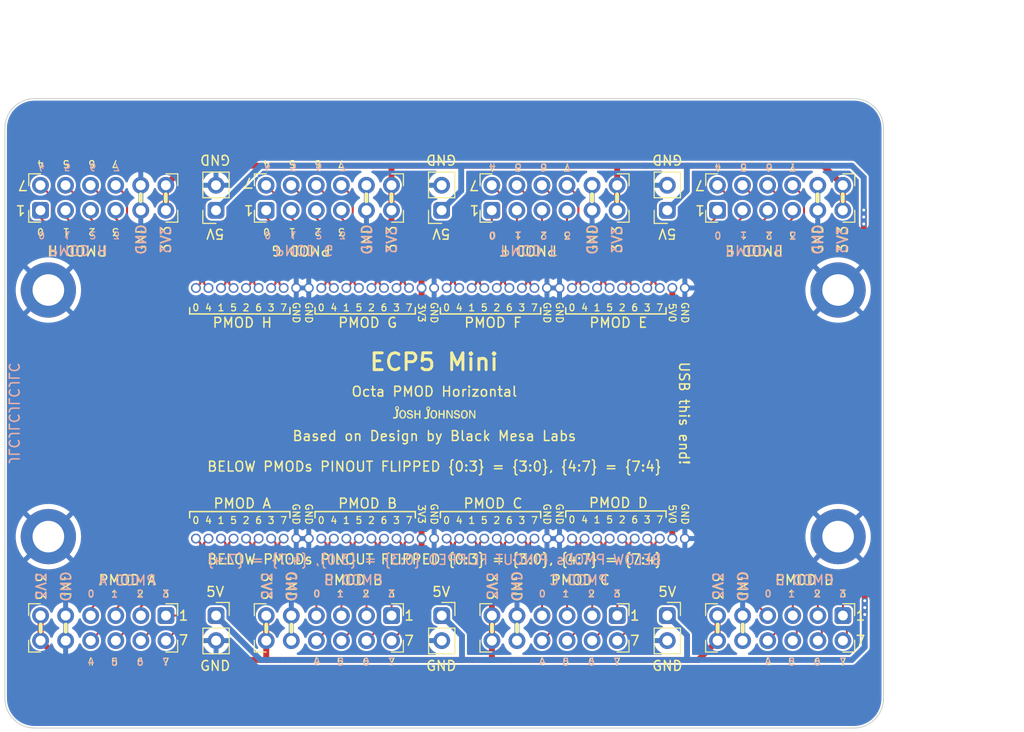
<source format=kicad_pcb>
(kicad_pcb (version 20201220) (generator pcbnew)
  (title_block (title "Quad PMOD") (date "2020-09-20") (rev "0.1") (company "Josh Johnson"))
  (layers (0 "F.Cu" signal) (31 "B.Cu" signal) (34 "B.Paste" user) (35 "F.Paste" user) (36 "B.SilkS" user "B.Silkscreen") (37 "F.SilkS" user "F.Silkscreen") (38 "B.Mask" user) (39 "F.Mask" user) (44 "Edge.Cuts" user))
  (net 0 "")
  (net 1 "/PB37+")
  (net 2 "/PB26+")
  (net 3 "/PB15+")
  (net 4 "/PB04+")
  (net 5 "/PB04-")
  (net 6 "/PB15-")
  (net 7 "/PB26-")
  (net 8 "/PB37-")
  (net 9 "/PC37+")
  (net 10 "/PC26+")
  (net 11 "/PC15+")
  (net 12 "/PC04+")
  (net 13 "/PC04-")
  (net 14 "/PC15-")
  (net 15 "/PC26-")
  (net 16 "/PC37-")
  (net 17 "/PA04+")
  (net 18 "/PA04-")
  (net 19 "/PA15+")
  (net 20 "/PA15-")
  (net 21 "/PA26+")
  (net 22 "/PA26-")
  (net 23 "/PA37+")
  (net 24 "/PA37-")
  (net 25 "/PD04+")
  (net 26 "/PD04-")
  (net 27 "/PD15+")
  (net 28 "/PD15-")
  (net 29 "/PD26+")
  (net 30 "/PD26-")
  (net 31 "/PD37+")
  (net 32 "/PD37-")
  (net 33 "/PH04+")
  (net 34 "/PH04-")
  (net 35 "/PH15+")
  (net 36 "/PH15-")
  (net 37 "/PH26+")
  (net 38 "/PH26-")
  (net 39 "/PH37+")
  (net 40 "/PH37-")
  (net 41 "/PG04+")
  (net 42 "GND")
  (net 43 "+5V")
  (net 44 "/PG04-")
  (net 45 "/PG15+")
  (net 46 "/PG15-")
  (net 47 "/PG26+")
  (net 48 "+3V3")
  (net 49 "/PG26-")
  (net 50 "/PG37+")
  (net 51 "/PG37-")
  (net 52 "/PF04+")
  (net 53 "/PF04-")
  (net 54 "/PF15+")
  (net 55 "/PF15-")
  (net 56 "/PF26+")
  (net 57 "/PF26-")
  (net 58 "/PF37+")
  (net 59 "/PF37-")
  (net 60 "/PE04+")
  (net 61 "/PE04-")
  (net 62 "/PE15+")
  (net 63 "/PE15-")
  (net 64 "/PE26+")
  (net 65 "/PE26-")
  (net 66 "/PE37+")
  (net 67 "/PE37-")
  (footprint "josh-connectors:ECP5-Mini-Edge-40x1.27" (layer "F.Cu") (at 117.348 80.264 90)
    (fp_text reference "J4" hide)
    (fp_text value "S7 Mini")
  )
  (footprint "MountingHole:MountingHole_3.2mm_M3_DIN965_Pad" (layer "F.Cu") (at 182.4 104.2)
    (fp_text reference "M3" hide)
    (fp_text value "M3")
  )
  (footprint "josh-connectors:PMOD_HOST" (layer "F.Cu") (at 182.88 112.2 -90)
    (fp_text reference "J9" hide)
    (fp_text value "PMOD")
  )
  (footprint "Connector_PinSocket_2.54mm:PinSocket_1x02_P2.54mm_Vertical" (layer "F.Cu") (at 142.24 71.12 180)
    (fp_text reference "J13" hide)
    (fp_text value "PWR")
  )
  (footprint "MountingHole:MountingHole_3.2mm_M3_DIN965_Pad" (layer "F.Cu") (at 102.4 79.2)
    (fp_text reference "M2" hide)
    (fp_text value "M3")
  )
  (footprint "MountingHole:MountingHole_3.2mm_M3_DIN965_Pad" (layer "F.Cu") (at 102.4 104.2)
    (fp_text reference "M1" hide)
    (fp_text value "M3")
  )
  (footprint "Connector_PinSocket_2.54mm:PinSocket_1x02_P2.54mm_Vertical" (layer "F.Cu") (at 142.25044 112.2032)
    (fp_text reference "J11" hide)
    (fp_text value "PWR")
  )
  (footprint "josh-connectors:PMOD_HOST" (layer "F.Cu") (at 124.47044 71.1232 90)
    (fp_text reference "J7" hide)
    (fp_text value "PMOD")
  )
  (footprint "josh-connectors:PMOD_HOST" (layer "F.Cu") (at 170.19044 71.1232 90)
    (fp_text reference "J15" hide)
    (fp_text value "PMOD")
  )
  (footprint "Connector_PinSocket_2.54mm:PinSocket_1x02_P2.54mm_Vertical" (layer "F.Cu") (at 165.1 112.2)
    (fp_text reference "J12" hide)
    (fp_text value "PWR")
  )
  (footprint "Connector_PinSocket_2.54mm:PinSocket_1x02_P2.54mm_Vertical" (layer "F.Cu") (at 119.39044 112.2032)
    (fp_text reference "J6" hide)
    (fp_text value "PWR")
  )
  (footprint "josh-connectors:PMOD_HOST" (layer "F.Cu") (at 160.02 112.2 -90)
    (fp_text reference "J2" hide)
    (fp_text value "PMOD")
  )
  (footprint "josh-connectors:PMOD_HOST" (layer "F.Cu") (at 147.33044 71.1232 90)
    (fp_text reference "J8" hide)
    (fp_text value "PMOD")
  )
  (footprint "josh-logos:josh-johnson-logo-8_6x1_5" (layer "F.Cu") (at 141.5 91.6)
    (fp_text reference "LOGO1" hide)
    (fp_text value "Josh-Logo" hide)
  )
  (footprint "josh-connectors:PMOD_HOST" (layer "F.Cu") (at 137.16 112.2032 -90)
    (fp_text reference "J1" hide)
    (fp_text value "PMOD")
  )
  (footprint "josh-connectors:PMOD_HOST" (layer "F.Cu") (at 114.3 112.2 -90)
    (fp_text reference "J10" hide)
    (fp_text value "PMOD")
  )
  (footprint "MountingHole:MountingHole_3.2mm_M3_DIN965_Pad" (layer "F.Cu") (at 182.4 79.2)
    (fp_text reference "M4" hide)
    (fp_text value "M3")
  )
  (footprint "josh-connectors:PMOD_HOST" (layer "F.Cu") (at 101.61044 71.1232 90)
    (fp_text reference "J16" hide)
    (fp_text value "PMOD")
  )
  (footprint "Connector_PinSocket_2.54mm:PinSocket_1x02_P2.54mm_Vertical" (layer "F.Cu") (at 165.1 71.12 180)
    (fp_text reference "J14" hide)
    (fp_text value "PWR")
  )
  (footprint "Connector_PinSocket_2.54mm:PinSocket_1x02_P2.54mm_Vertical" (layer "F.Cu") (at 119.38 71.12 180)
    (fp_text reference "J5" hide)
    (fp_text value "PWR")
  )
  (footprint "josh-connectors:ECP5-Mini-Edge-40x1.27" (layer "B.Cu") (at 117.348 103.124 -90)
    (fp_text reference "J3" hide)
    (fp_text value "S7 Mini")
  )
  (gr_line (start 139.573 102.2985) (end 139.573 101.6635) (layer "F.SilkS") (width 0.15))
  (gr_line (start 152.273 101.6635) (end 142.113 101.6635) (layer "F.SilkS") (width 0.15))
  (gr_line (start 126.873 101.6635) (end 116.713 101.6635) (layer "F.SilkS") (width 0.15))
  (gr_line (start 154.813 80.992) (end 154.813 81.627) (layer "F.SilkS") (width 0.15))
  (gr_line (start 129.413 101.6635) (end 129.413 102.2985) (layer "F.SilkS") (width 0.15))
  (gr_line (start 164.973 102.235) (end 164.973 101.6) (layer "F.SilkS") (width 0.15))
  (gr_line (start 139.573 81.627) (end 139.573 80.992) (layer "F.SilkS") (width 0.15))
  (gr_line (start 116.713 81.627) (end 126.873 81.627) (layer "F.SilkS") (width 0.15))
  (gr_line (start 152.273 81.627) (end 152.273 80.992) (layer "F.SilkS") (width 0.15))
  (gr_line (start 142.113 80.992) (end 142.113 81.627) (layer "F.SilkS") (width 0.15))
  (gr_line (start 142.113 81.627) (end 152.273 81.627) (layer "F.SilkS") (width 0.15))
  (gr_line (start 129.413 80.992) (end 129.413 81.627) (layer "F.SilkS") (width 0.15))
  (gr_line (start 116.713 101.6635) (end 116.713 102.2985) (layer "F.SilkS") (width 0.15))
  (gr_line (start 164.973 101.6) (end 154.813 101.6) (layer "F.SilkS") (width 0.15))
  (gr_line (start 126.873 102.2985) (end 126.873 101.6635) (layer "F.SilkS") (width 0.15))
  (gr_line (start 139.573 101.6635) (end 129.413 101.6635) (layer "F.SilkS") (width 0.15))
  (gr_line (start 164.973 81.627) (end 164.973 80.992) (layer "F.SilkS") (width 0.15))
  (gr_line (start 154.813 101.6) (end 154.813 102.235) (layer "F.SilkS") (width 0.15))
  (gr_line (start 116.713 80.992) (end 116.713 81.627) (layer "F.SilkS") (width 0.15))
  (gr_line (start 154.813 81.627) (end 164.973 81.627) (layer "F.SilkS") (width 0.15))
  (gr_line (start 142.113 101.6635) (end 142.113 102.2985) (layer "F.SilkS") (width 0.15))
  (gr_line (start 152.273 102.2985) (end 152.273 101.6635) (layer "F.SilkS") (width 0.15))
  (gr_line (start 129.413 81.627) (end 139.573 81.627) (layer "F.SilkS") (width 0.15))
  (gr_line (start 126.873 81.627) (end 126.873 80.992) (layer "F.SilkS") (width 0.15))
  (gr_line (start 187 120.6) (end 187 62.8) (layer "Edge.Cuts") (width 0.1))
  (gr_line (start 98 120.6) (end 98 62.8) (layer "Edge.Cuts") (width 0.1))
  (gr_arc (start 101 62.8) (end 101 59.8) (angle -90) (layer "Edge.Cuts") (width 0.1))
  (gr_arc (start 184 120.6) (end 184 123.6) (angle -90) (layer "Edge.Cuts") (width 0.1))
  (gr_arc (start 101 120.6) (end 98 120.6) (angle -90) (layer "Edge.Cuts") (width 0.1))
  (gr_line (start 101 59.8) (end 184 59.8) (layer "Edge.Cuts") (width 0.1))
  (gr_line (start 184 123.6) (end 101 123.6) (layer "Edge.Cuts") (width 0.1))
  (gr_arc (start 184 62.8) (end 187 62.8) (angle -90) (layer "Edge.Cuts") (width 0.1))
  (gr_text "0" (at 147.420001 73.6305 180) (layer "B.SilkS") (effects (font (size 0.7 0.7) (thickness 0.12)) (justify mirror)))
  (gr_text "3" (at 132.200001 73.6305 180) (layer "B.SilkS") (effects (font (size 0.7 0.7) (thickness 0.12)) (justify mirror)))
  (gr_text "5" (at 150.020001 66.7305 180) (layer "B.SilkS") (effects (font (size 0.7 0.7) (thickness 0.12)) (justify mirror)))
  (gr_text "1" (at 132 110) (layer "B.SilkS") (effects (font (size 0.7 0.7) (thickness 0.12)) (justify mirror)))
  (gr_text "PMOD G" (at 128.300001 75.1525 180) (layer "B.SilkS") (effects (font (size 1 1)) (justify mirror)))
  (gr_text "0" (at 152.42 110) (layer "B.SilkS") (effects (font (size 0.7 0.7) (thickness 0.12)) (justify mirror)))
  (gr_text "0" (at 175.32 110) (layer "B.SilkS") (effects (font (size 0.7 0.7) (thickness 0.12)) (justify mirror)))
  (gr_text "4" (at 101.700001 66.7305 180) (layer "B.SilkS") (effects (font (size 0.7 0.7) (thickness 0.12)) (justify mirror)))
  (gr_text "1" (at 177.7 110) (layer "B.SilkS") (effects (font (size 0.7 0.7) (thickness 0.12)) (justify mirror)))
  (gr_text "7" (at 160 116.9) (layer "B.SilkS") (effects (font (size 0.7 0.7) (thickness 0.12)) (justify mirror)))
  (gr_text "PMOD C" (at 156.100001 108.618) (layer "B.SilkS") (effects (font (size 1 1)) (justify mirror)))
  (gr_text "6" (at 157.4 116.9) (layer "B.SilkS") (effects (font (size 0.7 0.7) (thickness 0.12)) (justify mirror)))
  (gr_text "3" (at 109.300001 73.6305 180) (layer "B.SilkS") (effects (font (size 0.7 0.7) (thickness 0.12)) (justify mirror)))
  (gr_text "2" (at 152.600001 73.6305 180) (layer "B.SilkS") (effects (font (size 0.7 0.7) (thickness 0.12)) (justify mirror)))
  (gr_text "7" (at 114.299999 116.9295) (layer "B.SilkS") (effects (font (size 0.7 0.7) (thickness 0.12)) (justify mirror)))
  (gr_text "2" (at 129.800001 73.6305 180) (layer "B.SilkS") (effects (font (size 0.7 0.7) (thickness 0.12)) (justify mirror)))
  (gr_text "2" (at 106.900001 73.6305 180) (layer "B.SilkS") (effects (font (size 0.7 0.7) (thickness 0.12)) (justify mirror)))
  (gr_text "JLCJLCJLCJLC" (at 98.9 91.7 270) (layer "B.SilkS") (effects (font (size 1 1)) (justify mirror)))
  (gr_text "2" (at 111.699999 110.0295) (layer "B.SilkS") (effects (font (size 0.7 0.7) (thickness 0.12)) (justify mirror)))
  (gr_text "GND" (at 127 109.2 270) (layer "B.SilkS") (effects (font (size 1 1)) (justify mirror)))
  (gr_text "0" (at 101.720001 73.6305 180) (layer "B.SilkS") (effects (font (size 0.7 0.7) (thickness 0.12)) (justify mirror)))
  (gr_text "PMOD F" (at 151.100001 75.1525 180) (layer "B.SilkS") (effects (font (size 1 1)) (justify mirror)))
  (gr_text "4" (at 170.200001 66.7305 180) (layer "B.SilkS") (effects (font (size 0.7 0.7) (thickness 0.12)) (justify mirror)))
  (gr_text "2" (at 134.6 110) (layer "B.SilkS") (effects (font (size 0.7 0.7) (thickness 0.12)) (justify mirror)))
  (gr_text "4" (at 106.719999 116.9295) (layer "B.SilkS") (effects (font (size 0.7 0.7) (thickness 0.12)) (justify mirror)))
  (gr_text "3" (at 155.000001 73.6305 180) (layer "B.SilkS") (effects (font (size 0.7 0.7) (thickness 0.12)) (justify mirror)))
  (gr_text "5" (at 177.7 116.9) (layer "B.SilkS") (effects (font (size 0.7 0.7) (thickness 0.12)) (justify mirror)))
  (gr_text "4" (at 152.42 116.9) (layer "B.SilkS") (effects (font (size 0.7 0.7) (thickness 0.12)) (justify mirror)))
  (gr_text "1" (at 172.820001 73.6305 180) (layer "B.SilkS") (effects (font (size 0.7 0.7) (thickness 0.12)) (justify mirror)))
  (gr_text "BELOW PMODs PINOUT FLIPPED {0:3} = {3:0}, {4:7} = {7:4}" (at 141.5 106.5475) (layer "B.SilkS") (effects (font (size 1 1)) (justify mirror)))
  (gr_text "GND" (at 172.7 109.2 270) (layer "B.SilkS") (effects (font (size 1 1)) (justify mirror)))
  (gr_text "0" (at 129.62 110) (layer "B.SilkS") (effects (font (size 0.7 0.7) (thickness 0.12)) (justify mirror)))
  (gr_text "3" (at 182.9 110) (layer "B.SilkS") (effects (font (size 0.7 0.7) (thickness 0.12)) (justify mirror)))
  (gr_text "6" (at 175.400001 66.7305 180) (layer "B.SilkS") (effects (font (size 0.7 0.7) (thickness 0.12)) (justify mirror)))
  (gr_text "1" (at 127.220001 73.6305 180) (layer "B.SilkS") (effects (font (size 0.7 0.7) (thickness 0.12)) (justify mirror)))
  (gr_text "6" (at 134.6 116.9) (layer "B.SilkS") (effects (font (size 0.7 0.7) (thickness 0.12)) (justify mirror)))
  (gr_text "1" (at 154.8 110) (layer "B.SilkS") (effects (font (size 0.7 0.7) (thickness 0.12)) (justify mirror)))
  (gr_text "PMOD A" (at 110.4 108.6475) (layer "B.SilkS") (effects (font (size 1 1)) (justify mirror)))
  (gr_text "1" (at 104.320001 73.6305 180) (layer "B.SilkS") (effects (font (size 0.7 0.7) (thickness 0.12)) (justify mirror)))
  (gr_text "3V3" (at 147.3 109.2 270) (layer "B.SilkS") (effects (font (size 1 1)) (justify mirror)))
  (gr_text "5" (at 104.320001 66.7305 180) (layer "B.SilkS") (effects (font (size 0.7 0.7) (thickness 0.12)) (justify mirror)))
  (gr_text "5" (at 109.099999 116.9295) (layer "B.SilkS") (effects (font (size 0.7 0.7) (thickness 0.12)) (justify mirror)))
  (gr_text "PMOD E" (at 173.900001 75.1525 180) (layer "B.SilkS") (effects (font (size 1 1)) (justify mirror)))
  (gr_text "1" (at 109.099999 110.0295) (layer "B.SilkS") (effects (font (size 0.7 0.7) (thickness 0.12)) (justify mirror)))
  (gr_text "3" (at 114.299999 110.0295) (layer "B.SilkS") (effects (font (size 0.7 0.7) (thickness 0.12)) (justify mirror)))
  (gr_text "6" (at 129.800001 66.7305 180) (layer "B.SilkS") (effects (font (size 0.7 0.7) (thickness 0.12)) (justify mirror)))
  (gr_text "7" (at 109.300001 66.7305 180) (layer "B.SilkS") (effects (font (size 0.7 0.7) (thickness 0.12)) (justify mirror)))
  (gr_text "7" (at 155.000001 66.7305 180) (layer "B.SilkS") (effects (font (size 0.7 0.7) (thickness 0.12)) (justify mirror)))
  (gr_text "PMOD H" (at 105.400001 75.1525 180) (layer "B.SilkS") (effects (font (size 1 1)) (justify mirror)))
  (gr_text "0" (at 124.620001 73.6305 180) (layer "B.SilkS") (effects (font (size 0.7 0.7) (thickness 0.12)) (justify mirror)))
  (gr_text "GND" (at 134.7 74.1 90) (layer "B.SilkS") (effects (font (size 1 1)) (justify mirror)))
  (gr_text "PMOD B" (at 133.300001 108.618) (layer "B.SilkS") (effects (font (size 1 1)) (justify mirror)))
  (gr_text "GND" (at 157.5 74.1 90) (layer "B.SilkS") (effects (font (size 1 1)) (justify mirror)))
  (gr_text "5" (at 154.8 116.9) (layer "B.SilkS") (effects (font (size 0.7 0.7) (thickness 0.12)) (justify mirror)))
  (gr_text "3" (at 160 110) (layer "B.SilkS") (effects (font (size 0.7 0.7) (thickness 0.12)) (justify mirror)))
  (gr_text "3V3" (at 170.2 109.2 270) (layer "B.SilkS") (effects (font (size 1 1)) (justify mirror)))
  (gr_text "7" (at 132.200001 66.7305 180) (layer "B.SilkS") (effects (font (size 0.7 0.7) (thickness 0.12)) (justify mirror)))
  (gr_text "3V3" (at 160 74.1 90) (layer "B.SilkS") (effects (font (size 1 1)) (justify mirror)))
  (gr_text "4" (at 124.600001 66.7305 180) (layer "B.SilkS") (effects (font (size 0.7 0.7) (thickness 0.12)) (justify mirror)))
  (gr_text "6" (at 180.3 116.9) (layer "B.SilkS") (effects (font (size 0.7 0.7) (thickness 0.12)) (justify mirror)))
  (gr_text "6" (at 106.900001 66.7305 180) (layer "B.SilkS") (effects (font (size 0.7 0.7) (thickness 0.12)) (justify mirror)))
  (gr_text "5" (at 172.820001 66.7305 180) (layer "B.SilkS") (effects (font (size 0.7 0.7) (thickness 0.12)) (justify mirror)))
  (gr_text "1" (at 150.020001 73.6305 180) (layer "B.SilkS") (effects (font (size 0.7 0.7) (thickness 0.12)) (justify mirror)))
  (gr_text "3V3" (at 182.8 74.1 90) (layer "B.SilkS") (effects (font (size 1 1)) (justify mirror)))
  (gr_text "0" (at 170.220001 73.6305 180) (layer "B.SilkS") (effects (font (size 0.7 0.7) (thickness 0.12)) (justify mirror)))
  (gr_text "2" (at 175.400001 73.6305 180) (layer "B.SilkS") (effects (font (size 0.7 0.7) (thickness 0.12)) (justify mirror)))
  (gr_text "4" (at 147.400001 66.7305 180) (layer "B.SilkS") (effects (font (size 0.7 0.7) (thickness 0.12)) (justify mirror)))
  (gr_text "3V3" (at 114.3 74.1 90) (layer "B.SilkS") (effects (font (size 1 1)) (justify mirror)))
  (gr_text "GND" (at 111.8 74.1 90) (layer "B.SilkS") (effects (font (size 1 1)) (justify mirror)))
  (gr_text "7" (at 177.800001 66.7305 180) (layer "B.SilkS") (effects (font (size 0.7 0.7) (thickness 0.12)) (justify mirror)))
  (gr_text "2" (at 180.3 110) (layer "B.SilkS") (effects (font (size 0.7 0.7) (thickness 0.12)) (justify mirror)))
  (gr_text "6" (at 111.699999 116.9295) (layer "B.SilkS") (effects (font (size 0.7 0.7) (thickness 0.12)) (justify mirror)))
  (gr_text "3V3" (at 137.2 74.1 90) (layer "B.SilkS") (effects (font (size 1 1)) (justify mirror)))
  (gr_text "6" (at 152.600001 66.7305 180) (layer "B.SilkS") (effects (font (size 0.7 0.7) (thickness 0.12)) (justify mirror)))
  (gr_text "PMOD D" (at 179.000001 108.618) (layer "B.SilkS") (effects (font (size 1 1)) (justify mirror)))
  (gr_text "4" (at 175.32 116.9) (layer "B.SilkS") (effects (font (size 0.7 0.7) (thickness 0.12)) (justify mirror)))
  (gr_text "3" (at 137.2 110) (layer "B.SilkS") (effects (font (size 0.7 0.7) (thickness 0.12)) (justify mirror)))
  (gr_text "GND" (at 180.3 74.1 90) (layer "B.SilkS") (effects (font (size 1 1)) (justify mirror)))
  (gr_text "3V3" (at 124.5 109.2 270) (layer "B.SilkS") (effects (font (size 1 1)) (justify mirror)))
  (gr_text "7" (at 182.9 116.9) (layer "B.SilkS") (effects (font (size 0.7 0.7) (thickness 0.12)) (justify mirror)))
  (gr_text "2" (at 157.4 110) (layer "B.SilkS") (effects (font (size 0.7 0.7) (thickness 0.12)) (justify mirror)))
  (gr_text "5" (at 127.220001 66.7305 180) (layer "B.SilkS") (effects (font (size 0.7 0.7) (thickness 0.12)) (justify mirror)))
  (gr_text "0" (at 106.719999 110.0295) (layer "B.SilkS") (effects (font (size 0.7 0.7) (thickness 0.12)) (justify mirror)))
  (gr_text "5" (at 132 116.9) (layer "B.SilkS") (effects (font (size 0.7 0.7) (thickness 0.12)) (justify mirror)))
  (gr_text "3" (at 177.800001 73.6305 180) (layer "B.SilkS") (effects (font (size 0.7 0.7) (thickness 0.12)) (justify mirror)))
  (gr_text "7" (at 137.2 116.9) (layer "B.SilkS") (effects (font (size 0.7 0.7) (thickness 0.12)) (justify mirror)))
  (gr_text "GND" (at 149.8 109.2 270) (layer "B.SilkS") (effects (font (size 1 1)) (justify mirror)))
  (gr_text "4" (at 129.62 116.9) (layer "B.SilkS") (effects (font (size 0.7 0.7) (thickness 0.12)) (justify mirror)))
  (gr_text "4" (at 101.61044 66.4 180) (layer "F.SilkS") (effects (font (size 0.7 0.7) (thickness 0.12))))
  (gr_text "5" (at 146.558 80.992) (layer "F.SilkS") (effects (font (size 0.7 0.7) (thickness 0.12))))
  (gr_text "0" (at 175.3 110) (layer "F.SilkS") (effects (font (size 0.7 0.7) (thickness 0.12))))
  (gr_text "7" (at 151.638 102.5525) (layer "F.SilkS") (effects (font (size 0.7 0.7) (thickness 0.12))))
  (gr_text "5" (at 109.1 116.9) (layer "F.SilkS") (effects (font (size 0.7 0.7) (thickness 0.12))))
  (gr_text "PMOD A" (at 122.047 100.838) (layer "F.SilkS") (effects (font (size 1 1))))
  (gr_text "4" (at 170.23044 66.76 180) (layer "F.SilkS") (effects (font (size 0.7 0.7) (thickness 0.12))))
  (gr_text "ECP5 Mini" (at 141.478 86.5) (layer "F.SilkS") (effects (font (size 1.7 1.7) (thickness 0.3))))
  (gr_text "GND" (at 166.878 101.9175 270) (layer "F.SilkS") (effects (font (size 0.7 0.7) (thickness 0.12))))
  (gr_text "7" (at 138.938 80.992) (layer "F.SilkS") (effects (font (size 0.7 0.7) (thickness 0.12))))
  (gr_text "3" (at 182.88 110) (layer "F.SilkS") (effects (font (size 0.7 0.7) (thickness 0.12))))
  (gr_text "3V3" (at 140.208 101.9175 270) (layer "F.SilkS") (effects (font (size 0.7 0.7) (thickness 0.12))))
  (gr_text "PMOD B" (at 134.747 100.838) (layer "F.SilkS") (effects (font (size 1 1))))
  (gr_text "GND" (at 152.908 81.5 270) (layer "F.SilkS") (effects (font (size 0.7 0.7) (thickness 0.12))))
  (gr_text "0" (at 147.36 73.66 180) (layer "F.SilkS") (effects (font (size 0.7 0.7) (thickness 0.12))))
  (gr_text "5V" (at 119.3 73.5 180) (layer "F.SilkS") (effects (font (size 1 1))))
  (gr_text "5" (at 159.258 102.489) (layer "F.SilkS") (effects (font (size 0.7 0.7) (thickness 0.12))))
  (gr_text "2" (at 147.828 102.5525) (layer "F.SilkS") (effects (font (size 0.7 0.7) (thickness 0.12))))
  (gr_text "1" (at 131.96 110) (layer "F.SilkS") (effects (font (size 0.7 0.7) (thickness 0.12))))
  (gr_text "7" (at 177.8 66.76 180) (layer "F.SilkS") (effects (font (size 0.7 0.7) (thickness 0.12))))
  (gr_text "1" (at 132.588 80.992) (layer "F.SilkS") (effects (font (size 0.7 0.7) (thickness 0.12))))
  (gr_text "4" (at 156.718 80.992) (layer "F.SilkS") (effects (font (size 0.7 0.7) (thickness 0.12))))
  (gr_text "2" (at 106.8 73.3 180) (layer "F.SilkS") (effects (font (size 0.7 0.7) (thickness 0.12))))
  (gr_text "USB this end!" (at 166.8 91.7 270) (layer "F.SilkS") (effects (font (size 1 1))))
  (gr_text "2" (at 129.7 73.3 180) (layer "F.SilkS") (effects (font (size 0.7 0.7) (thickness 0.12))))
  (gr_text "4" (at 131.318 102.5525) (layer "F.SilkS") (effects (font (size 0.7 0.7) (thickness 0.12))))
  (gr_text "3" (at 137.668 102.5525) (layer "F.SilkS") (effects (font (size 0.7 0.7) (thickness 0.12))))
  (gr_text "1" (at 177.68 110) (layer "F.SilkS") (effects (font (size 0.7 0.7) (thickness 0.12))))
  (gr_text "PMOD H" (at 122.047 82.516) (layer "F.SilkS") (effects (font (size 1 1))))
  (gr_text "3" (at 124.968 80.992) (layer "F.SilkS") (effects (font (size 0.7 0.7) (thickness 0.12))))
  (gr_text "2" (at 111.7 110) (layer "F.SilkS") (effects (font (size 0.7 0.7) (thickness 0.12))))
  (gr_text "0" (at 117.338 80.992) (layer "F.SilkS") (effects (font (size 0.7 0.7) (thickness 0.12))))
  (gr_text "BELOW PMODs PINOUT FLIPPED {0:3} = {3:0}, {4:7} = {7:4}" (at 141.5 97.1) (layer "F.SilkS") (effects (font (size 1 1))))
  (gr_text "5V" (at 142.2 73.5 180) (layer "F.SilkS") (effects (font (size 1 1))))
  (gr_text "6" (at 106.8 66.4 180) (layer "F.SilkS") (effects (font (size 0.7 0.7) (thickness 0.12))))
  (gr_text "GND" (at 127.488 101.9175 270) (layer "F.SilkS") (effects (font (size 0.7 0.7) (thickness 0.12))))
  (gr_text "3" (at 154.94 73.66 180) (layer "F.SilkS") (effects (font (size 0.7 0.7) (thickness 0.12))))
  (gr_text "2" (at 160.528 80.992) (layer "F.SilkS") (effects (font (size 0.7 0.7) (thickness 0.12))))
  (gr_text "PMOD D" (at 179 108.6) (layer "F.SilkS") (effects (font (size 1 1))))
  (gr_text "1" (at 119.888 80.992) (layer "F.SilkS") (effects (font (size 0.7 0.7) (thickness 0.12))))
  (gr_text "PMOD C" (at 147.447 100.838) (layer "F.SilkS") (effects (font (size 1 1))))
  (gr_text "1" (at 172.82 73.66 180) (layer "F.SilkS") (effects (font (size 0.7 0.7) (thickness 0.12))))
  (gr_text "0" (at 130.038 80.992) (layer "F.SilkS") (effects (font (size 0.7 0.7) (thickness 0.12))))
  (gr_text "GND" (at 128.778 81.5 270) (layer "F.SilkS") (effects (font (size 0.7 0.7) (thickness 0.12))))
  (gr_text "3" (at 137.16 110) (layer "F.SilkS") (effects (font (size 0.7 0.7) (thickness 0.12))))
  (gr_text "0" (at 155.438 102.489) (layer "F.SilkS") (effects (font (size 0.7 0.7) (thickness 0.12))))
  (gr_text "3" (at 160.02 110) (layer "F.SilkS") (effects (font (size 0.7 0.7) (thickness 0.12))))
  (gr_text "2" (at 175.42 73.66 180) (layer "F.SilkS") (effects (font (size 0.7 0.7) (thickness 0.12))))
  (gr_text "GND" (at 165.1 66 180) (layer "F.SilkS") (effects (font (size 1 1))))
  (gr_text "4" (at 147.37044 66.76 180) (layer "F.SilkS") (effects (font (size 0.7 0.7) (thickness 0.12))))
  (gr_text "0" (at 170.22 73.66 180) (layer "F.SilkS") (effects (font (size 0.7 0.7) (thickness 0.12))))
  (gr_text "5V" (at 142.2 109.8) (layer "F.SilkS") (effects (font (size 1 1))))
  (gr_text "5" (at 154.82 116.9) (layer "F.SilkS") (effects (font (size 0.7 0.7) (thickness 0.12))))
  (gr_text "GND" (at 166.878 81.5 270) (layer "F.SilkS") (effects (font (size 0.7 0.7) (thickness 0.12))))
  (gr_text "5V" (at 165.1 109.8) (layer "F.SilkS") (effects (font (size 1 1))))
  (gr_text "6" (at 152.56 66.76 180) (layer "F.SilkS") (effects (font (size 0.7 0.7) (thickness 0.12))))
  (gr_text "2" (at 135.128 80.992) (layer "F.SilkS") (effects (font (size 0.7 0.7) (thickness 0.12))))
  (gr_text "4" (at 156.718 102.489) (layer "F.SilkS") (effects (font (size 0.7 0.7) (thickness 0.12))))
  (gr_text "5" (at 104.2 66.4 180) (layer "F.SilkS") (effects (font (size 0.7 0.7) (thickness 0.12))))
  (gr_text "3" (at 109.18 73.3 180) (layer "F.SilkS") (effects (font (size 0.7 0.7) (thickness 0.12))))
  (gr_text "5" (at 133.858 80.992) (layer "F.SilkS") (effects (font (size 0.7 0.7) (thickness 0.12))))
  (gr_text "7" (at 160.02 116.9) (layer "F.SilkS") (effects (font (size 0.7 0.7) (thickness 0.12))))
  (gr_text "PMOD F" (at 151 75.2 180) (layer "F.SilkS") (effects (font (size 1 1))))
  (gr_text "4" (at 118.618 102.5525) (layer "F.SilkS") (effects (font (size 0.7 0.7) (thickness 0.12))))
  (gr_text "7" (at 137.16 116.9) (layer "F.SilkS") (effects (font (size 0.7 0.7) (thickness 0.12))))
  (gr_text "5" (at 121.158 80.992) (layer "F.SilkS") (effects (font (size 0.7 0.7) (thickness 0.12))))
  (gr_text "2" (at 135.128 102.5525) (layer "F.SilkS") (effects (font (size 0.7 0.7) (thickness 0.12))))
  (gr_text "5" (at 131.96 116.9) (layer "F.SilkS") (effects (font (size 0.7 0.7) (thickness 0.12))))
  (gr_text "3" (at 150.368 80.992) (layer "F.SilkS") (effects (font (size 0.7 0.7) (thickness 0.12))))
  (gr_text "PMOD B" (at 133.3 108.6) (layer "F.SilkS") (effects (font (size 1 1))))
  (gr_text "4" (at 118.618 80.992) (layer "F.SilkS") (effects (font (size 0.7 0.7) (thickness 0.12))))
  (gr_text "3" (at 177.8 73.66 180) (layer "F.SilkS") (effects (font (size 0.7 0.7) (thickness 0.12))))
  (gr_text "5" (at 127.1 66.4 180) (layer "F.SilkS") (effects (font (size 0.7 0.7) (thickness 0.12))))
  (gr_text "0" (at 142.738 102.5525) (layer "F.SilkS") (effects (font (size 0.7 0.7) (thickness 0.12))))
  (gr_text "6" (at 180.28 116.9) (layer "F.SilkS") (effects (font (size 0.7 0.7) (thickness 0.12))))
  (gr_text "7" (at 138.938 102.5525) (layer "F.SilkS") (effects (font (size 0.7 0.7) (thickness 0.12))))
  (gr_text "1" (at 132.588 102.5525) (layer "F.SilkS") (effects (font (size 0.7 0.7) (thickness 0.12))))
  (gr_text "1" (at 154.82 110) (layer "F.SilkS") (effects (font (size 0.7 0.7) (thickness 0.12))))
  (gr_text "5" (at 177.68 116.9) (layer "F.SilkS") (effects (font (size 0.7 0.7) (thickness 0.12))))
  (gr_text "5" (at 159.258 80.992) (layer "F.SilkS") (effects (font (size 0.7 0.7) (thickness 0.12))))
  (gr_text "1" (at 149.96 73.66 180) (layer "F.SilkS") (effects (font (size 0.7 0.7) (thickness 0.12))))
  (gr_text "6" (at 136.398 80.992) (layer "F.SilkS") (effects (font (size 0.7 0.7) (thickness 0.12))))
  (gr_text "5" (at 146.558 102.5525) (layer "F.SilkS") (effects (font (size 0.7 0.7) (thickness 0.12))))
  (gr_text "GND" (at 141.478 81.5 270) (layer "F.SilkS") (effects (font (size 0.7 0.7) (thickness 0.12))))
  (gr_text "3" (at 124.968 102.5525) (layer "F.SilkS") (effects (font (size 0.7 0.7) (thickness 0.12))))
  (gr_text "7" (at 132.08 66.4 180) (layer "F.SilkS") (effects (font (size 0.7 0.7) (thickness 0.12))))
  (gr_text "1" (at 157.988 102.489) (layer "F.SilkS") (effects (font (size 0.7 0.7) (thickness 0.12))))
  (gr_text "4" (at 152.44 116.9) (layer "F.SilkS") (effects (font (size 0.7 0.7) (thickness 0.12))))
  (gr_text "6" (at 157.42 116.9) (layer "F.SilkS") (effects (font (size 0.7 0.7) (thickness 0.12))))
  (gr_text "4" (at 144.018 102.5525) (layer "F.SilkS") (effects (font (size 0.7 0.7) (thickness 0.12))))
  (gr_text "6" (at 134.56 116.9) (layer "F.SilkS") (effects (font (size 0.7 0.7) (thickness 0.12))))
  (gr_text "1" (at 157.988 80.992) (layer "F.SilkS") (effects (font (size 0.7 0.7) (thickness 0.12))))
  (gr_text "5V0" (at 165.608 101.9175 270) (layer "F.SilkS") (effects (font (size 0.7 0.7) (thickness 0.12))))
  (gr_text "GND" (at 127.508 81.5 270) (layer "F.SilkS") (effects (font (size 0.7 0.7) (thickness 0.12))))
  (gr_text "PMOD E" (at 160.147 82.516) (layer "F.SilkS") (effects (font (size 1 1))))
  (gr_text "5" (at 133.858 102.5525) (layer "F.SilkS") (effects (font (size 0.7 0.7) (thickness 0.12))))
  (gr_text "6" (at 161.798 102.489) (layer "F.SilkS") (effects (font (size 0.7 0.7) (thickness 0.12))))
  (gr_text "7" (at 151.638 80.992) (layer "F.SilkS") (effects (font (size 0.7 0.7) (thickness 0.12))))
  (gr_text "2" (at 157.42 110) (layer "F.SilkS") (effects (font (size 0.7 0.7) (thickness 0.12))))
  (gr_text "PMOD C" (at 156.3 108.6) (layer "F.SilkS") (effects (font (size 1 1))))
  (gr_text "0" (at 152.44 110) (layer "F.SilkS") (effects (font (size 0.7 0.7) (thickness 0.12))))
  (gr_text "7" (at 164.338 80.992) (layer "F.SilkS") (effects (font (size 0.7 0.7) (thickness 0.12))))
  (gr_text "2" (at 134.56 110) (layer "F.SilkS") (effects (font (size 0.7 0.7) (thickness 0.12))))
  (gr_text "4" (at 131.318 80.992) (layer "F.SilkS") (effects (font (size 0.7 0.7) (thickness 0.12))))
  (gr_text "5" (at 172.82 66.76 180) (layer "F.SilkS") (effects (font (size 0.7 0.7) (thickness 0.12))))
  (gr_text "7" (at 109.18 66.4 180) (layer "F.SilkS") (effects (font (size 0.7 0.7) (thickness 0.12))))
  (gr_text "1" (at 119.888 102.5525) (layer "F.SilkS") (effects (font (size 0.7 0.7) (thickness 0.12))))
  (gr_text "6" (at 123.698 102.5525) (layer "F.SilkS") (effects (font (size 0.7 0.7) (thickness 0.12))))
  (gr_text "5" (at 149.96 66.76 180) (layer "F.SilkS") (effects (font (size 0.7 0.7) (thickness 0.12))))
  (gr_text "6" (at 161.798 80.992) (layer "F.SilkS") (effects (font (size 0.7 0.7) (thickness 0.12))))
  (gr_text "2" (at 180.28 110) (layer "F.SilkS") (effects (font (size 0.7 0.7) (thickness 0.12))))
  (gr_text "3V3" (at 140.208 81.5 270) (layer "F.SilkS") (effects (font (size 0.7 0.7) (thickness 0.12))))
  (gr_text "GND" (at 141.478 101.9175 270) (layer "F.SilkS") (effects (font (size 0.7 0.7) (thickness 0.12))))
  (gr_text "PMOD A" (at 110.4 108.6) (layer "F.SilkS") (effects (font (size 1 1))))
  (gr_text "6" (at 111.7 116.9) (layer "F.SilkS") (effects (font (size 0.7 0.7) (thickness 0.12))))
  (gr_text "3" (at 163.068 102.489) (layer "F.SilkS") (effects (font (size 0.7 0.7) (thickness 0.12))))
  (gr_text "0" (at 142.738 80.992) (layer "F.SilkS") (effects (font (size 0.7 0.7) (thickness 0.12))))
  (gr_text "6" (at 123.698 80.992) (layer "F.SilkS") (effects (font (size 0.7 0.7) (thickness 0.12))))
  (gr_text "7" (at 126.238 80.992) (layer "F.SilkS") (effects (font (size 0.7 0.7) (thickness 0.12))))
  (gr_text "1" (at 145.288 102.5525) (layer "F.SilkS") (effects (font (size 0.7 0.7) (thickness 0.12))))
  (gr_text "6" (at 149.098 102.5525) (layer "F.SilkS") (effects (font (size 0.7 0.7) (thickness 0.12))))
  (gr_text "Octa PMOD Horizontal" (at 141.5 89.5) (layer "F.SilkS") (effects (font (size 1 1))))
  (gr_text "BELOW PMODs PINOUT FLIPPED {0:3} = {3:0}, {4:7} = {7:4}" (at 141.5 106.5) (layer "F.SilkS") (effects (font (size 1 1))))
  (gr_text "0" (at 129.58 110) (layer "F.SilkS") (effects (font (size 0.7 0.7) (thickness 0.12))))
  (gr_text "PMOD G" (at 134.747 82.516) (layer "F.SilkS") (effects (font (size 1 1))))
  (gr_text "3" (at 137.668 80.992) (layer "F.SilkS") (effects (font (size 0.7 0.7) (thickness 0.12))))
  (gr_text "0" (at 155.438 80.992) (layer "F.SilkS") (effects (font (size 0.7 0.7) (thickness 0.12))))
  (gr_text "7" (at 126.238 102.5525) (layer "F.SilkS") (effects (font (size 0.7 0.7) (thickness 0.12))))
  (gr_text "7" (at 182.88 116.9) (layer "F.SilkS") (effects (font (size 0.7 0.7) (thickness 0.12))))
  (gr_text "7" (at 164.338 102.489) (layer "F.SilkS") (effects (font (size 0.7 0.7) (thickness 0.12))))
  (gr_text "GND" (at 142.2 66 180) (layer "F.SilkS") (effects (font (size 1 1))))
  (gr_text "0" (at 117.338 102.5525) (layer "F.SilkS") (effects (font (size 0.7 0.7) (thickness 0.12))))
  (gr_text "PMOD G" (at 128 75.2 180) (layer "F.SilkS") (effects (font (size 1 1))))
  (gr_text "1" (at 145.288 80.992) (layer "F.SilkS") (effects (font (size 0.7 0.7) (thickness 0.12))))
  (gr_text "7" (at 154.94 66.76 180) (layer "F.SilkS") (effects (font (size 0.7 0.7) (thickness 0.12))))
  (gr_text "PMOD H" (at 105.3 75.2 180) (layer "F.SilkS") (effects (font (size 1 1))))
  (gr_text "0" (at 130.038 102.5525) (layer "F.SilkS") (effects (font (size 0.7 0.7) (thickness 0.12))))
  (gr_text "2" (at 147.828 80.992) (layer "F.SilkS") (effects (font (size 0.7 0.7) (thickness 0.12))))
  (gr_text "5" (at 121.158 102.5525) (layer "F.SilkS") (effects (font (size 0.7 0.7) (thickness 0.12))))
  (gr_text "0" (at 106.72 110) (layer "F.SilkS") (effects (font (size 0.7 0.7) (thickness 0.12))))
  (gr_text "2" (at 152.56 73.66 180) (layer "F.SilkS") (effects (font (size 0.7 0.7) (thickness 0.12))))
  (gr_text "0" (at 124.5 73.3 180) (layer "F.SilkS") (effects (font (size 0.7 0.7) (thickness 0.12))))
  (gr_text "2" (at 122.428 102.5525) (layer "F.SilkS") (effects (font (size 0.7 0.7) (thickness 0.12))))
  (gr_text "PMOD E" (at 173.9 75.2 180) (layer "F.SilkS") (effects (font (size 1 1))))
  (gr_text "3" (at 132.08 73.3 180) (layer "F.SilkS") (effects (font (size 0.7 0.7) (thickness 0.12))))
  (gr_text "4" (at 144.018 80.992) (layer "F.SilkS") (effects (font (size 0.7 0.7) (thickness 0.12))))
  (gr_text "6" (at 129.7 66.4 180) (layer "F.SilkS") (effects (font (size 0.7 0.7) (thickness 0.12))))
  (gr_text "GND" (at 154.178 101.9175 270) (layer "F.SilkS") (effects (font (size 0.7 0.7) (thickness 0.12))))
  (gr_text "GND" (at 119.3 117.3) (layer "F.SilkS") (effects (font (size 1 1))))
  (gr_text "1" (at 127.1 73.3 180) (layer "F.SilkS") (effects (font (size 0.7 0.7) (thickness 0.12))))
  (gr_text "1" (at 104.2 73.3 180) (layer "F.SilkS") (effects (font (size 0.7 0.7) (thickness 0.12))))
  (gr_text "2" (at 122.428 80.992) (layer "F.SilkS") (effects (font (size 0.7 0.7) (thickness 0.12))))
  (gr_text "GND" (at 165.1 117.3) (layer "F.SilkS") (effects (font (size 1 1))))
  (gr_text "GND" (at 119.3 66 180) (layer "F.SilkS") (effects (font (size 1 1))))
  (gr_text "4" (at 175.3 116.9) (layer "F.SilkS") (effects (font (size 0.7 0.7) (thickness 0.12))))
  (gr_text "5V" (at 119.3 109.8) (layer "F.SilkS") (effects (font (size 1 1))))
  (gr_text "6" (at 175.42 66.76 180) (layer "F.SilkS") (effects (font (size 0.7 0.7) (thickness 0.12))))
  (gr_text "GND" (at 128.778 101.9175 270) (layer "F.SilkS") (effects (font (size 0.7 0.7) (thickness 0.12))))
  (gr_text "GND" (at 142.2 117.3) (layer "F.SilkS") (effects (font (size 1 1))))
  (gr_text "4" (at 106.72 116.9) (layer "F.SilkS") (effects (font (size 0.7 0.7) (thickness 0.12))))
  (gr_text "3" (at 163.068 80.992) (layer "F.SilkS") (effects (font (size 0.7 0.7) (thickness 0.12))))
  (gr_text "3" (at 150.368 102.5525) (layer "F.SilkS") (effects (font (size 0.7 0.7) (thickness 0.12))))
  (gr_text "PMOD F" (at 147.447 82.516) (layer "F.SilkS") (effects (font (size 1 1))))
  (gr_text "5V0" (at 165.608 81.5 270) (layer "F.SilkS") (effects (font (size 0.7 0.7) (thickness 0.12))))
  (gr_text "4" (at 129.58 116.9) (layer "F.SilkS") (effects (font (size 0.7 0.7) (thickness 0.12))))
  (gr_text "7" (at 114.3 116.9) (layer "F.SilkS") (effects (font (size 0.7 0.7) (thickness 0.12))))
  (gr_text "5V" (at 165.1 73.5 180) (layer "F.SilkS") (effects (font (size 1 1))))
  (gr_text "0" (at 101.6 73.3 180) (layer "F.SilkS") (effects (font (size 0.7 0.7) (thickness 0.12))))
  (gr_text "4" (at 124.51044 66.4 180) (layer "F.SilkS") (effects (font (size 0.7 0.7) (thickness 0.12))))
  (gr_text "1" (at 109.1 110) (layer "F.SilkS") (effects (font (size 0.7 0.7) (thickness 0.12))))
  (gr_text "2" (at 160.528 102.489) (layer "F.SilkS") (effects (font (size 0.7 0.7) (thickness 0.12))))
  (gr_text "6" (at 149.098 80.992) (layer "F.SilkS") (effects (font (size 0.7 0.7) (thickness 0.12))))
  (gr_text "GND" (at 154.178 81.5 270) (layer "F.SilkS") (effects (font (size 0.7 0.7) (thickness 0.12))))
  (gr_text "Based on Design by Black Mesa Labs" (at 141.5 94) (layer "F.SilkS") (effects (font (size 1 1))))
  (gr_text "3" (at 114.3 110) (layer "F.SilkS") (effects (font (size 0.7 0.7) (thickness 0.12))))
  (gr_text "6" (at 136.398 102.5525) (layer "F.SilkS") (effects (font (size 0.7 0.7) (thickness 0.12))))
  (gr_text "GND" (at 152.908 101.9175 270) (layer "F.SilkS") (effects (font (size 0.7 0.7) (thickness 0.12))))
  (gr_text "PMOD D" (at 160.147 100.7745) (layer "F.SilkS") (effects (font (size 1 1))))
  (segment (start 137.17044 106.896716) (end 138.103 105.964156) (width 0.2) (layer "F.Cu") (net 1))
  (segment (start 138.103 104.829) (end 137.668 104.394) (width 0.2) (layer "F.Cu") (net 1))
  (segment (start 137.17044 112.2064) (end 137.17044 106.896716) (width 0.2) (layer "F.Cu") (net 1))
  (segment (start 138.103 105.964156) (end 138.103 104.829) (width 0.2) (layer "F.Cu") (net 1))
  (segment (start 135.563 104.829) (end 135.128 104.394) (width 0.2) (layer "F.Cu") (net 2))
  (segment (start 135.563 106.204156) (end 135.563 104.829) (width 0.2) (layer "F.Cu") (net 2))
  (segment (start 134.63044 107.136716) (end 135.563 106.204156) (width 0.2) (layer "F.Cu") (net 2))
  (segment (start 134.63044 112.2064) (end 134.63044 107.136716) (width 0.2) (layer "F.Cu") (net 2))
  (segment (start 133.023 106.444156) (end 133.023 104.829) (width 0.2) (layer "F.Cu") (net 3))
  (segment (start 132.09044 107.376716) (end 133.023 106.444156) (width 0.2) (layer "F.Cu") (net 3))
  (segment (start 133.023 104.829) (end 132.588 104.394) (width 0.2) (layer "F.Cu") (net 3))
  (segment (start 132.09044 112.2064) (end 132.09044 107.376716) (width 0.2) (layer "F.Cu") (net 3))
  (segment (start 130.483 104.829) (end 130.048 104.394) (width 0.2) (layer "F.Cu") (net 4))
  (segment (start 129.55044 112.2064) (end 129.55044 110.216716) (width 0.2) (layer "F.Cu") (net 4))
  (segment (start 130.483 109.284156) (end 130.483 104.829) (width 0.2) (layer "F.Cu") (net 4))
  (segment (start 129.55044 110.216716) (end 130.483 109.284156) (width 0.2) (layer "F.Cu") (net 4))
  (segment (start 129.95044 110.382404) (end 130.883 109.449844) (width 0.2) (layer "F.Cu") (net 5))
  (segment (start 130.700441 113.596399) (end 130.700441 111.654399) (width 0.2) (layer "F.Cu") (net 5))
  (segment (start 130.883 104.829) (end 131.318 104.394) (width 0.2) (layer "F.Cu") (net 5))
  (segment (start 129.55044 114.7464) (end 130.700441 113.596399) (width 0.2) (layer "F.Cu") (net 5))
  (segment (start 130.700441 113.596399) (end 130.700441 112.758401) (width 0.2) (layer "F.Cu") (net 5))
  (segment (start 130.883 109.449844) (end 130.883 104.829) (width 0.2) (layer "F.Cu") (net 5))
  (segment (start 130.700441 111.654399) (end 129.95044 110.904398) (width 0.2) (layer "F.Cu") (net 5))
  (segment (start 129.95044 110.904398) (end 129.95044 110.382404) (width 0.2) (layer "F.Cu") (net 5))
  (segment (start 133.240441 113.596399) (end 133.240441 111.654399) (width 0.2) (layer "F.Cu") (net 6))
  (segment (start 133.240441 111.654399) (end 132.49044 110.904398) (width 0.2) (layer "F.Cu") (net 6))
  (segment (start 133.240441 113.596399) (end 133.240441 112.559559) (width 0.2) (layer "F.Cu") (net 6))
  (segment (start 132.49044 110.904398) (end 132.49044 107.542404) (width 0.2) (layer "F.Cu") (net 6))
  (segment (start 133.423 106.609844) (end 133.423 104.829) (width 0.2) (layer "F.Cu") (net 6))
  (segment (start 133.423 104.829) (end 133.858 104.394) (width 0.2) (layer "F.Cu") (net 6))
  (segment (start 132.09044 114.7464) (end 133.240441 113.596399) (width 0.2) (layer "F.Cu") (net 6))
  (segment (start 132.49044 107.542404) (end 133.423 106.609844) (width 0.2) (layer "F.Cu") (net 6))
  (segment (start 134.63044 114.7464) (end 135.780441 113.596399) (width 0.2) (layer "F.Cu") (net 7))
  (segment (start 135.780441 113.596399) (end 135.780441 111.654399) (width 0.2) (layer "F.Cu") (net 7))
  (segment (start 135.03044 110.904398) (end 135.03044 107.302404) (width 0.2) (layer "F.Cu") (net 7))
  (segment (start 135.03044 107.302404) (end 135.963 106.369844) (width 0.2) (layer "F.Cu") (net 7))
  (segment (start 135.780441 113.596399) (end 135.780441 112.530441) (width 0.2) (layer "F.Cu") (net 7))
  (segment (start 135.963 106.369844) (end 135.963 104.829) (width 0.2) (layer "F.Cu") (net 7))
  (segment (start 135.780441 111.654399) (end 135.03044 110.904398) (width 0.2) (layer "F.Cu") (net 7))
  (segment (start 135.963 104.829) (end 136.398 104.394) (width 0.2) (layer "F.Cu") (net 7))
  (segment (start 138.32045 111.433128) (end 137.57044 110.683118) (width 0.2) (layer "F.Cu") (net 8))
  (segment (start 138.503 104.829) (end 138.938 104.394) (width 0.2) (layer "F.Cu") (net 8))
  (segment (start 137.17044 114.7464) (end 138.32045 113.59639) (width 0.2) (layer "F.Cu") (net 8))
  (segment (start 138.503 106.129844) (end 138.503 104.829) (width 0.2) (layer "F.Cu") (net 8))
  (segment (start 138.32045 113.59639) (end 138.32045 112.82955) (width 0.2) (layer "F.Cu") (net 8))
  (segment (start 137.57044 110.683118) (end 137.57044 107.062404) (width 0.2) (layer "F.Cu") (net 8))
  (segment (start 138.32045 113.59639) (end 138.32045 111.433128) (width 0.2) (layer "F.Cu") (net 8))
  (segment (start 137.57044 107.062404) (end 138.503 106.129844) (width 0.2) (layer "F.Cu") (net 8))
  (segment (start 150.803 104.829) (end 150.368 104.394) (width 0.2) (layer "F.Cu") (net 9))
  (segment (start 160.03044 112.2032) (end 160.03044 110.83044) (width 0.2) (layer "F.Cu") (net 9))
  (segment (start 154.917156 106.3) (end 158.917156 110.3) (width 0.2) (layer "F.Cu") (net 9))
  (segment (start 158.917156 110.3) (end 159.5 110.3) (width 0.2) (layer "F.Cu") (net 9))
  (segment (start 151.467156 106.3) (end 150.803 105.635844) (width 0.2) (layer "F.Cu") (net 9))
  (segment (start 159.5 110.3) (end 160.03044 110.83044) (width 0.2) (layer "F.Cu") (net 9))
  (segment (start 151.467156 106.3) (end 154.917156 106.3) (width 0.2) (layer "F.Cu") (net 9))
  (segment (start 150.803 105.635844) (end 150.803 104.829) (width 0.2) (layer "F.Cu") (net 9))
  (segment (start 157.49044 110.94044) (end 153.8 107.25) (width 0.2) (layer "F.Cu") (net 10))
  (segment (start 153.8 107.25) (end 149.367156 107.25) (width 0.2) (layer "F.Cu") (net 10))
  (segment (start 157.49044 112.2032) (end 157.49044 110.94044) (width 0.2) (layer "F.Cu") (net 10))
  (segment (start 148.263 104.829) (end 147.828 104.394) (width 0.2) (layer "F.Cu") (net 10))
  (segment (start 149.367156 107.25) (end 148.263 106.145844) (width 0.2) (layer "F.Cu") (net 10))
  (segment (start 148.263 106.145844) (end 148.263 104.829) (width 0.2) (layer "F.Cu") (net 10))
  (segment (start 145.723 104.829) (end 145.288 104.394) (width 0.2) (layer "F.Cu") (net 11))
  (segment (start 145.723 105.873) (end 145.723 104.829) (width 0.2) (layer "F.Cu") (net 11))
  (segment (start 152.3 108.4) (end 148.25 108.4) (width 0.2) (layer "F.Cu") (net 11))
  (segment (start 154.95044 111.05044) (end 152.3 108.4) (width 0.2) (layer "F.Cu") (net 11))
  (segment (start 148.25 108.4) (end 145.723 105.873) (width 0.2) (layer "F.Cu") (net 11))
  (segment (start 154.95044 112.2032) (end 154.95044 111.05044) (width 0.2) (layer "F.Cu") (net 11))
  (segment (start 143.183 105.315844) (end 143.183 104.829) (width 0.2) (layer "F.Cu") (net 12))
  (segment (start 147.617156 109.75) (end 143.183 105.315844) (width 0.2) (layer "F.Cu") (net 12))
  (segment (start 152.41044 111.093284) (end 151.067156 109.75) (width 0.2) (layer "F.Cu") (net 12))
  (segment (start 151.067156 109.75) (end 147.617156 109.75) (width 0.2) (layer "F.Cu") (net 12))
  (segment (start 143.183 104.829) (end 142.748 104.394) (width 0.2) (layer "F.Cu") (net 12))
  (segment (start 152.41044 112.2032) (end 152.41044 111.093284) (width 0.2) (layer "F.Cu") (net 12))
  (segment (start 152.836838 110.927596) (end 152.81044 110.927596) (width 0.2) (layer "F.Cu") (net 13))
  (segment (start 143.583 104.829) (end 144.018 104.394) (width 0.2) (layer "F.Cu") (net 13))
  (segment (start 153.560441 113.593199) (end 153.560441 112.539559) (width 0.2) (layer "F.Cu") (net 13))
  (segment (start 151.232844 109.35) (end 147.782844 109.35) (width 0.2) (layer "F.Cu") (net 13))
  (segment (start 147.782844 109.35) (end 143.583 105.150156) (width 0.2) (layer "F.Cu") (net 13))
  (segment (start 153.560441 111.651199) (end 152.836838 110.927596) (width 0.2) (layer "F.Cu") (net 13))
  (segment (start 152.81044 110.927596) (end 151.232844 109.35) (width 0.2) (layer "F.Cu") (net 13))
  (segment (start 153.560441 113.593199) (end 153.560441 111.651199) (width 0.2) (layer "F.Cu") (net 13))
  (segment (start 143.583 105.150156) (end 143.583 104.829) (width 0.2) (layer "F.Cu") (net 13))
  (segment (start 152.41044 114.7432) (end 153.560441 113.593199) (width 0.2) (layer "F.Cu") (net 13))
  (segment (start 148.432845 107.999989) (end 146.123 105.690144) (width 0.2) (layer "F.Cu") (net 14))
  (segment (start 156.100441 111.634741) (end 152.465689 107.999989) (width 0.2) (layer "F.Cu") (net 14))
  (segment (start 152.465689 107.999989) (end 148.432845 107.999989) (width 0.2) (layer "F.Cu") (net 14))
  (segment (start 146.123 104.829) (end 146.558 104.394) (width 0.2) (layer "F.Cu") (net 14))
  (segment (start 146.123 105.690144) (end 146.123 104.829) (width 0.2) (layer "F.Cu") (net 14))
  (segment (start 156.100441 113.593199) (end 156.100441 112.600441) (width 0.2) (layer "F.Cu") (net 14))
  (segment (start 156.100441 113.593199) (end 156.100441 111.634741) (width 0.2) (layer "F.Cu") (net 14))
  (segment (start 154.95044 114.7432) (end 156.100441 113.593199) (width 0.2) (layer "F.Cu") (net 14))
  (segment (start 153.965689 106.849989) (end 149.532845 106.849989) (width 0.2) (layer "F.Cu") (net 15))
  (segment (start 158.640441 111.524741) (end 153.965689 106.849989) (width 0.2) (layer "F.Cu") (net 15))
  (segment (start 158.640441 113.593199) (end 158.640441 111.524741) (width 0.2) (layer "F.Cu") (net 15))
  (segment (start 158.640441 113.593199) (end 158.640441 112.559559) (width 0.2) (layer "F.Cu") (net 15))
  (segment (start 149.532845 106.849989) (end 148.663 105.980144) (width 0.2) (layer "F.Cu") (net 15))
  (segment (start 148.663 105.980144) (end 148.663 104.829) (width 0.2) (layer "F.Cu") (net 15))
  (segment (start 157.49044 114.7432) (end 158.640441 113.593199) (width 0.2) (layer "F.Cu") (net 15))
  (segment (start 148.663 104.829) (end 149.098 104.394) (width 0.2) (layer "F.Cu") (net 15))
  (segment (start 159.082844 109.9) (end 159.7 109.9) (width 0.2) (layer "F.Cu") (net 16))
  (segment (start 161.18045 113.59319) (end 161.18045 112.71955) (width 0.2) (layer "F.Cu") (net 16))
  (segment (start 151.203 104.829) (end 151.638 104.394) (width 0.2) (layer "F.Cu") (net 16))
  (segment (start 151.203 105.470156) (end 151.203 104.829) (width 0.2) (layer "F.Cu") (net 16))
  (segment (start 160.03044 114.7432) (end 161.18045 113.59319) (width 0.2) (layer "F.Cu") (net 16))
  (segment (start 161.18045 113.59319) (end 161.18045 111.38045) (width 0.2) (layer "F.Cu") (net 16))
  (segment (start 159.7 109.9) (end 161.18045 111.38045) (width 0.2) (layer "F.Cu") (net 16))
  (segment (start 155.082844 105.9) (end 159.082844 109.9) (width 0.2) (layer "F.Cu") (net 16))
  (segment (start 151.632844 105.9) (end 151.203 105.470156) (width 0.2) (layer "F.Cu") (net 16))
  (segment (start 151.632844 105.9) (end 155.082844 105.9) (width 0.2) (layer "F.Cu") (net 16))
  (segment (start 106.69044 112.2032) (end 106.69044 111.526716) (width 0.2) (layer "F.Cu") (net 17))
  (segment (start 117.783 105.534156) (end 117.783 104.829) (width 0.2) (layer "F.Cu") (net 17))
  (segment (start 117.217156 106.1) (end 117.783 105.534156) (width 0.2) (layer "F.Cu") (net 17))
  (segment (start 117.783 104.829) (end 117.348 104.394) (width 0.2) (layer "F.Cu") (net 17))
  (segment (start 112.117156 106.1) (end 117.217156 106.1) (width 0.2) (layer "F.Cu") (net 17))
  (segment (start 106.69044 111.526716) (end 112.117156 106.1) (width 0.2) (layer "F.Cu") (net 17))
  (segment (start 107.840441 110.942403) (end 112.282844 106.5) (width 0.2) (layer "F.Cu") (net 18))
  (segment (start 118.183 104.829) (end 118.618 104.394) (width 0.2) (layer "F.Cu") (net 18))
  (segment (start 112.282844 106.5) (end 117.382844 106.5) (width 0.2) (layer "F.Cu") (net 18))
  (segment (start 106.69044 114.7432) (end 107.840441 113.593199) (width 0.2) (layer "F.Cu") (net 18))
  (segment (start 107.840441 110.942403) (end 108.016422 110.766422) (width 0.2) (layer "F.Cu") (net 18))
  (segment (start 107.840441 113.593199) (end 107.840441 110.942403) (width 0.2) (layer "F.Cu") (net 18))
  (segment (start 107.840441 113.593199) (end 107.840441 112.755201) (width 0.2) (layer "F.Cu") (net 18))
  (segment (start 118.183 105.699844) (end 118.183 104.829) (width 0.2) (layer "F.Cu") (net 18))
  (segment (start 117.382844 106.5) (end 118.183 105.699844) (width 0.2) (layer "F.Cu") (net 18))
  (segment (start 120.323 106.094156) (end 120.323 104.829) (width 0.2) (layer "F.Cu") (net 19))
  (segment (start 109.23044 111.536716) (end 113.417156 107.35) (width 0.2) (layer "F.Cu") (net 19))
  (segment (start 109.23044 112.2032) (end 109.23044 111.536716) (width 0.2) (layer "F.Cu") (net 19))
  (segment (start 120.323 104.829) (end 119.888 104.394) (width 0.2) (layer "F.Cu") (net 19))
  (segment (start 113.417156 107.35) (end 119.067156 107.35) (width 0.2) (layer "F.Cu") (net 19))
  (segment (start 119.067156 107.35) (end 120.323 106.094156) (width 0.2) (layer "F.Cu") (net 19))
  (segment (start 120.723 104.829) (end 121.158 104.394) (width 0.2) (layer "F.Cu") (net 20))
  (segment (start 110.380441 113.593199) (end 110.380441 112.755201) (width 0.2) (layer "F.Cu") (net 20))
  (segment (start 110.380441 110.952403) (end 110.541422 110.791422) (width 0.2) (layer "F.Cu") (net 20))
  (segment (start 113.582844 107.75) (end 119.232844 107.75) (width 0.2) (layer "F.Cu") (net 20))
  (segment (start 109.23044 114.7432) (end 110.380441 113.593199) (width 0.2) (layer "F.Cu") (net 20))
  (segment (start 119.232844 107.75) (end 120.723 106.259844) (width 0.2) (layer "F.Cu") (net 20))
  (segment (start 110.380441 113.593199) (end 110.380441 110.952403) (width 0.2) (layer "F.Cu") (net 20))
  (segment (start 120.723 106.259844) (end 120.723 104.829) (width 0.2) (layer "F.Cu") (net 20))
  (segment (start 110.380441 110.952403) (end 113.582844 107.75) (width 0.2) (layer "F.Cu") (net 20))
  (segment (start 111.77044 111.296716) (end 114.417156 108.65) (width 0.2) (layer "F.Cu") (net 21))
  (segment (start 111.77044 112.2032) (end 111.77044 111.296716) (width 0.2) (layer "F.Cu") (net 21))
  (segment (start 121.667156 108.65) (end 122.863 107.454156) (width 0.2) (layer "F.Cu") (net 21))
  (segment (start 122.863 104.829) (end 122.428 104.394) (width 0.2) (layer "F.Cu") (net 21))
  (segment (start 122.863 107.454156) (end 122.863 104.829) (width 0.2) (layer "F.Cu") (net 21))
  (segment (start 114.417156 108.65) (end 121.667156 108.65) (width 0.2) (layer "F.Cu") (net 21))
  (segment (start 114.582844 109.05) (end 121.832844 109.05) (width 0.2) (layer "F.Cu") (net 22))
  (segment (start 112.920441 110.712403) (end 114.582844 109.05) (width 0.2) (layer "F.Cu") (net 22))
  (segment (start 112.920441 113.593199) (end 112.920441 110.712403) (width 0.2) (layer "F.Cu") (net 22))
  (segment (start 123.263 104.829) (end 123.698 104.394) (width 0.2) (layer "F.Cu") (net 22))
  (segment (start 112.920441 113.593199) (end 112.920441 112.755201) (width 0.2) (layer "F.Cu") (net 22))
  (segment (start 121.832844 109.05) (end 123.263 107.619844) (width 0.2) (layer "F.Cu") (net 22))
  (segment (start 111.77044 114.7432) (end 112.920441 113.593199) (width 0.2) (layer "F.Cu") (net 22))
  (segment (start 112.920441 110.712403) (end 113.016422 110.616422) (width 0.2) (layer "F.Cu") (net 22))
  (segment (start 123.263 107.619844) (end 123.263 104.829) (width 0.2) (layer "F.Cu") (net 22))
  (segment (start 114.31044 112.2032) (end 116.284754 112.2032) (width 0.2) (layer "F.Cu") (net 23))
  (segment (start 123.117156 109.75) (end 125.403 107.464156) (width 0.2) (layer "F.Cu") (net 23))
  (segment (start 118.737954 109.75) (end 123.117156 109.75) (width 0.2) (layer "F.Cu") (net 23))
  (segment (start 116.284754 112.2032) (end 118.737954 109.75) (width 0.2) (layer "F.Cu") (net 23))
  (segment (start 125.403 107.464156) (end 125.403 104.829) (width 0.2) (layer "F.Cu") (net 23))
  (segment (start 125.403 104.829) (end 124.968 104.394) (width 0.2) (layer "F.Cu") (net 23))
  (segment (start 123.282844 110.15) (end 125.803 107.629844) (width 0.2) (layer "F.Cu") (net 24))
  (segment (start 125.803 107.629844) (end 125.803 104.829) (width 0.2) (layer "F.Cu") (net 24))
  (segment (start 125.803 104.829) (end 126.238 104.394) (width 0.2) (layer "F.Cu") (net 24))
  (segment (start 118.90364 110.15) (end 123.282844 110.15) (width 0.2) (layer "F.Cu") (net 24))
  (segment (start 114.31044 114.7432) (end 118.90364 110.15) (width 0.2) (layer "F.Cu") (net 24))
  (segment (start 173.467251 110.400011) (end 160.834311 110.400011) (width 0.2) (layer "F.Cu") (net 25))
  (segment (start 175.27044 112.2032) (end 173.467251 110.400011) (width 0.2) (layer "F.Cu") (net 25))
  (segment (start 155.883 105.4487) (end 155.883 104.829) (width 0.2) (layer "F.Cu") (net 25))
  (segment (start 155.883 104.829) (end 155.448 104.394) (width 0.2) (layer "F.Cu") (net 25))
  (segment (start 160.834311 110.400011) (end 155.883 105.4487) (width 0.2) (layer "F.Cu") (net 25))
  (segment (start 176.420441 113.593199) (end 176.420441 111.651199) (width 0.2) (layer "F.Cu") (net 26))
  (segment (start 156.283 104.829) (end 156.718 104.394) (width 0.2) (layer "F.Cu") (net 26))
  (segment (start 176.420441 111.651199) (end 174.769242 110) (width 0.2) (layer "F.Cu") (net 26))
  (segment (start 175.27044 114.7432) (end 176.420441 113.593199) (width 0.2) (layer "F.Cu") (net 26))
  (segment (start 174.769242 110) (end 161 110) (width 0.2) (layer "F.Cu") (net 26))
  (segment (start 161 110) (end 156.283 105.283) (width 0.2) (layer "F.Cu") (net 26))
  (segment (start 156.283 105.283) (end 156.283 104.829) (width 0.2) (layer "F.Cu") (net 26))
  (segment (start 158.423 105.355844) (end 158.423 104.829) (width 0.2) (layer "F.Cu") (net 27))
  (segment (start 158.423 104.829) (end 157.988 104.394) (width 0.2) (layer "F.Cu") (net 27))
  (segment (start 176.117156 109.4) (end 162.467156 109.4) (width 0.2) (layer "F.Cu") (net 27))
  (segment (start 177.81044 112.2032) (end 177.81044 111.093284) (width 0.2) (layer "F.Cu") (net 27))
  (segment (start 162.467156 109.4) (end 158.423 105.355844) (width 0.2) (layer "F.Cu") (net 27))
  (segment (start 177.81044 111.093284) (end 176.117156 109.4) (width 0.2) (layer "F.Cu") (net 27))
  (segment (start 176.282844 109) (end 162.632844 109) (width 0.2) (layer "F.Cu") (net 28))
  (segment (start 178.21044 110.927596) (end 176.282844 109) (width 0.2) (layer "F.Cu") (net 28))
  (segment (start 158.823 105.190156) (end 158.823 104.829) (width 0.2) (layer "F.Cu") (net 28))
  (segment (start 178.960441 112.755201) (end 178.960441 111.651199) (width 0.2) (layer "F.Cu") (net 28))
  (segment (start 177.81044 114.7432) (end 178.21044 114.3432) (width 0.2) (layer "F.Cu") (net 28))
  (segment (start 158.823 104.829) (end 159.258 104.394) (width 0.2) (layer "F.Cu") (net 28))
  (segment (start 178.21044 114.3432) (end 178.21044 113.505202) (width 0.2) (layer "F.Cu") (net 28))
  (segment (start 162.632844 109) (end 158.823 105.190156) (width 0.2) (layer "F.Cu") (net 28))
  (segment (start 178.960441 111.651199) (end 178.236838 110.927596) (width 0.2) (layer "F.Cu") (net 28))
  (segment (start 178.236838 110.927596) (end 178.21044 110.927596) (width 0.2) (layer "F.Cu") (net 28))
  (segment (start 178.21044 113.505202) (end 178.960441 112.755201) (width 0.2) (layer "F.Cu") (net 28))
  (segment (start 160.963 104.829) (end 160.528 104.394) (width 0.2) (layer "F.Cu") (net 29))
  (segment (start 177.617156 108.35) (end 163.117156 108.35) (width 0.2) (layer "F.Cu") (net 29))
  (segment (start 163.117156 108.35) (end 160.963 106.195844) (width 0.2) (layer "F.Cu") (net 29))
  (segment (start 160.963 106.195844) (end 160.963 104.829) (width 0.2) (layer "F.Cu") (net 29))
  (segment (start 180.35044 111.083284) (end 177.617156 108.35) (width 0.2) (layer "F.Cu") (net 29))
  (segment (start 163.267156 108.35) (end 163.117156 108.35) (width 0.2) (layer "F.Cu") (net 29))
  (segment (start 180.35044 112.2032) (end 180.35044 111.083284) (width 0.2) (layer "F.Cu") (net 29))
  (segment (start 180.75044 110.917596) (end 177.782844 107.95) (width 0.2) (layer "F.Cu") (net 30))
  (segment (start 163.282844 107.95) (end 161.363 106.030156) (width 0.2) (layer "F.Cu") (net 30))
  (segment (start 181.500441 111.651199) (end 180.766838 110.917596) (width 0.2) (layer "F.Cu") (net 30))
  (segment (start 177.782844 107.95) (end 163.282844 107.95) (width 0.2) (layer "F.Cu") (net 30))
  (segment (start 180.35044 114.7432) (end 180.75044 114.3432) (width 0.2) (layer "F.Cu") (net 30))
  (segment (start 181.500441 112.755201) (end 181.500441 111.651199) (width 0.2) (layer "F.Cu") (net 30))
  (segment (start 161.363 104.829) (end 161.798 104.394) (width 0.2) (layer "F.Cu") (net 30))
  (segment (start 180.766838 110.917596) (end 180.75044 110.917596) (width 0.2) (layer "F.Cu") (net 30))
  (segment (start 161.363 106.030156) (end 161.363 104.829) (width 0.2) (layer "F.Cu") (net 30))
  (segment (start 180.75044 113.505202) (end 181.500441 112.755201) (width 0.2) (layer "F.Cu") (net 30))
  (segment (start 163.432844 107.95) (end 163.282844 107.95) (width 0.2) (layer "F.Cu") (net 30))
  (segment (start 180.75044 114.3432) (end 180.75044 113.505202) (width 0.2) (layer "F.Cu") (net 30))
  (segment (start 177.817156 107) (end 164.717156 107) (width 0.2) (layer "F.Cu") (net 31))
  (segment (start 182.89044 110.873284) (end 181.467156 109.45) (width 0.2) (layer "F.Cu") (net 31))
  (segment (start 164.717156 107) (end 163.503 105.785844) (width 0.2) (layer "F.Cu") (net 31))
  (segment (start 163.068 104.394) (end 163.503 104.829) (width 0.2) (layer "F.Cu") (net 31))
  (segment (start 182.89044 112.2032) (end 182.89044 110.873284) (width 0.2) (layer "F.Cu") (net 31))
  (segment (start 180.267156 109.45) (end 177.817156 107) (width 0.2) (layer "F.Cu") (net 31))
  (segment (start 163.503 104.829) (end 163.503 105.785844) (width 0.2) (layer "F.Cu") (net 31))
  (segment (start 181.467156 109.45) (end 180.267156 109.45) (width 0.2) (layer "F.Cu") (net 31))
  (segment (start 163.903 104.829) (end 163.903 105.553) (width 0.2) (layer "F.Cu") (net 32))
  (segment (start 164.338 104.394) (end 163.903 104.829) (width 0.2) (layer "F.Cu") (net 32))
  (segment (start 183.318118 110.707596) (end 184.04045 111.429928) (width 0.2) (layer "F.Cu") (net 32))
  (segment (start 183.29044 114.3432) (end 182.89044 114.7432) (width 0.2) (layer "F.Cu") (net 32))
  (segment (start 184.04045 112.976472) (end 183.29044 113.726482) (width 0.2) (layer "F.Cu") (net 32))
  (segment (start 183.29044 113.726482) (end 183.29044 114.3432) (width 0.2) (layer "F.Cu") (net 32))
  (segment (start 183.318118 110.707596) (end 183.905261 111.294739) (width 0.2) (layer "F.Cu") (net 32))
  (segment (start 177.982844 106.6) (end 180.432844 109.05) (width 0.2) (layer "F.Cu") (net 32))
  (segment (start 180.432844 109.05) (end 181.660522 109.05) (width 0.2) (layer "F.Cu") (net 32))
  (segment (start 184.04045 111.429928) (end 184.04045 112.976472) (width 0.2) (layer "F.Cu") (net 32))
  (segment (start 163.903 105.553) (end 164.95 106.6) (width 0.2) (layer "F.Cu") (net 32))
  (segment (start 181.660522 109.05) (end 183.318118 110.707596) (width 0.2) (layer "F.Cu") (net 32))
  (segment (start 164.95 106.6) (end 177.982844 106.6) (width 0.2) (layer "F.Cu") (net 32))
  (segment (start 116.767156 76.8) (end 117.783 77.815844) (width 0.2) (layer "F.Cu") (net 33))
  (segment (start 117.783 78.559) (end 117.348 78.994) (width 0.2) (layer "F.Cu") (net 33))
  (segment (start 106.517156 76.8) (end 116.767156 76.8) (width 0.2) (layer "F.Cu") (net 33))
  (segment (start 117.783 77.815844) (end 117.783 78.559) (width 0.2) (layer "F.Cu") (net 33))
  (segment (start 101.6 71.12) (end 101.6 71.882844) (width 0.2) (layer "F.Cu") (net 33))
  (segment (start 101.6 71.882844) (end 106.517156 76.8) (width 0.2) (layer "F.Cu") (net 33))
  (segment (start 118.183 78.559) (end 118.618 78.994) (width 0.2) (layer "F.Cu") (net 34))
  (segment (start 102.75001 72.467166) (end 106.682844 76.4) (width 0.2) (layer "F.Cu") (net 34))
  (segment (start 106.682844 76.4) (end 116.932844 76.4) (width 0.2) (layer "F.Cu") (net 34))
  (segment (start 102.75001 69.73001) (end 102.75001 70.59999) (width 0.2) (layer "F.Cu") (net 34))
  (segment (start 116.932844 76.4) (end 118.183 77.650156) (width 0.2) (layer "F.Cu") (net 34))
  (segment (start 102.75001 69.73001) (end 102.75001 72.467166) (width 0.2) (layer "F.Cu") (net 34))
  (segment (start 102.75001 72.467166) (end 102.841422 72.558578) (width 0.2) (layer "F.Cu") (net 34))
  (segment (start 118.183 77.650156) (end 118.183 78.559) (width 0.2) (layer "F.Cu") (net 34))
  (segment (start 101.6 68.58) (end 102.75001 69.73001) (width 0.2) (layer "F.Cu") (net 34))
  (segment (start 120.323 77.005844) (end 120.323 78.559) (width 0.2) (layer "F.Cu") (net 35))
  (segment (start 104.14 71.772844) (end 107.917156 75.55) (width 0.2) (layer "F.Cu") (net 35))
  (segment (start 118.867156 75.55) (end 120.323 77.005844) (width 0.2) (layer "F.Cu") (net 35))
  (segment (start 120.323 78.559) (end 119.888 78.994) (width 0.2) (layer "F.Cu") (net 35))
  (segment (start 104.14 71.12) (end 104.14 71.772844) (width 0.2) (layer "F.Cu") (net 35))
  (segment (start 107.917156 75.55) (end 118.867156 75.55) (width 0.2) (layer "F.Cu") (net 35))
  (segment (start 105.290001 69.730001) (end 105.290001 70.759999) (width 0.2) (layer "F.Cu") (net 36))
  (segment (start 105.290001 69.730001) (end 105.290001 72.357157) (width 0.2) (layer "F.Cu") (net 36))
  (segment (start 119.032844 75.15) (end 120.723 76.840156) (width 0.2) (layer "F.Cu") (net 36))
  (segment (start 108.082844 75.15) (end 119.032844 75.15) (width 0.2) (layer "F.Cu") (net 36))
  (segment (start 120.723 76.840156) (end 120.723 78.559) (width 0.2) (layer "F.Cu") (net 36))
  (segment (start 105.290001 72.357157) (end 108.082844 75.15) (width 0.2) (layer "F.Cu") (net 36))
  (segment (start 105.290001 72.357157) (end 105.316422 72.383578) (width 0.2) (layer "F.Cu") (net 36))
  (segment (start 104.14 68.58) (end 105.290001 69.730001) (width 0.2) (layer "F.Cu") (net 36))
  (segment (start 120.723 78.559) (end 121.158 78.994) (width 0.2) (layer "F.Cu") (net 36))
  (segment (start 109.017156 74.3) (end 121.367156 74.3) (width 0.2) (layer "F.Cu") (net 37))
  (segment (start 121.367156 74.3) (end 122.863 75.795844) (width 0.2) (layer "F.Cu") (net 37))
  (segment (start 106.68 71.12) (end 106.68 71.962844) (width 0.2) (layer "F.Cu") (net 37))
  (segment (start 122.863 78.559) (end 122.428 78.994) (width 0.2) (layer "F.Cu") (net 37))
  (segment (start 106.68 71.962844) (end 109.017156 74.3) (width 0.2) (layer "F.Cu") (net 37))
  (segment (start 122.863 75.795844) (end 122.863 78.559) (width 0.2) (layer "F.Cu") (net 37))
  (segment (start 123.263 75.630156) (end 123.263 78.559) (width 0.2) (layer "F.Cu") (net 38))
  (segment (start 107.830001 69.730001) (end 107.830001 70.880001) (width 0.2) (layer "F.Cu") (net 38))
  (segment (start 123.263 78.559) (end 123.698 78.994) (width 0.2) (layer "F.Cu") (net 38))
  (segment (start 121.532844 73.9) (end 123.263 75.630156) (width 0.2) (layer "F.Cu") (net 38))
  (segment (start 109.182844 73.9) (end 121.532844 73.9) (width 0.2) (layer "F.Cu") (net 38))
  (segment (start 107.830001 69.730001) (end 107.830001 72.547157) (width 0.2) (layer "F.Cu") (net 38))
  (segment (start 107.830001 72.547157) (end 109.182844 73.9) (width 0.2) (layer "F.Cu") (net 38))
  (segment (start 106.68 68.58) (end 107.830001 69.730001) (width 0.2) (layer "F.Cu") (net 38))
  (segment (start 107.830001 72.547157) (end 107.941422 72.658578) (width 0.2) (layer "F.Cu") (net 38))
  (segment (start 109.22 71.952844) (end 110.467156 73.2) (width 0.2) (layer "F.Cu") (net 39))
  (segment (start 122.967156 73.2) (end 125.403 75.635844) (width 0.2) (layer "F.Cu") (net 39))
  (segment (start 110.467156 73.2) (end 122.967156 73.2) (width 0.2) (layer "F.Cu") (net 39))
  (segment (start 125.403 75.635844) (end 125.403 78.559) (width 0.2) (layer "F.Cu") (net 39))
  (segment (start 109.22 71.12) (end 109.22 71.952844) (width 0.2) (layer "F.Cu") (net 39))
  (segment (start 125.403 78.559) (end 124.968 78.994) (width 0.2) (layer "F.Cu") (net 39))
  (segment (start 109.22 68.58) (end 110.370001 69.730001) (width 0.2) (layer "F.Cu") (net 40))
  (segment (start 123.132844 72.8) (end 125.803 75.470156) (width 0.2) (layer "F.Cu") (net 40))
  (segment (start 125.803 78.559) (end 126.238 78.994) (width 0.2) (layer "F.Cu") (net 40))
  (segment (start 125.803 75.470156) (end 125.803 78.559) (width 0.2) (layer "F.Cu") (net 40))
  (segment (start 110.370001 69.730001) (end 110.370001 70.920001) (width 0.2) (layer "F.Cu") (net 40))
  (segment (start 110.632844 72.8) (end 123.132844 72.8) (width 0.2) (layer "F.Cu") (net 40))
  (segment (start 110.370001 72.537157) (end 110.466422 72.633578) (width 0.2) (layer "F.Cu") (net 40))
  (segment (start 110.370001 72.537157) (end 110.632844 72.8) (width 0.2) (layer "F.Cu") (net 40))
  (segment (start 110.370001 69.730001) (end 110.370001 72.537157) (width 0.2) (layer "F.Cu") (net 40))
  (segment (start 124.46 71.842844) (end 130.483 77.865844) (width 0.2) (layer "F.Cu") (net 41))
  (segment (start 124.46 71.12) (end 124.46 71.842844) (width 0.2) (layer "F.Cu") (net 41))
  (segment (start 130.483 77.865844) (end 130.483 78.559) (width 0.2) (layer "F.Cu") (net 41))
  (segment (start 130.483 78.559) (end 130.048 78.994) (width 0.2) (layer "F.Cu") (net 41))
  (segment (start 165.608 103.092) (end 175.792 103.092) (width 0.6) (layer "F.Cu") (net 43))
  (segment (start 165.608 103.092) (end 165.608 104.394) (width 0.6) (layer "F.Cu") (net 43))
  (segment (start 175.792 103.092) (end 180.9 108.2) (width 0.6) (layer "F.Cu") (net 43))
  (segment (start 185 72.5) (end 185 73.6) (width 0.6) (layer "F.Cu") (net 43))
  (segment (start 183.3 108.2) (end 185.1 110) (width 0.6) (layer "F.Cu") (net 43))
  (segment (start 185 73.6) (end 183.8 74.8) (width 0.6) (layer "F.Cu") (net 43))
  (segment (start 165.608 78.994) (end 165.608 80.208) (width 0.6) (layer "F.Cu") (net 43))
  (segment (start 183.8 74.8) (end 181.216 74.8) (width 0.6) (layer "F.Cu") (net 43))
  (segment (start 175.808 80.208) (end 165.608 80.208) (width 0.6) (layer "F.Cu") (net 43))
  (segment (start 180.9 108.2) (end 183.3 108.2) (width 0.6) (layer "F.Cu") (net 43))
  (segment (start 185.1 110) (end 185.1 112) (width 0.6) (layer "F.Cu") (net 43))
  (segment (start 181.216 74.8) (end 175.808 80.208) (width 0.6) (layer "F.Cu") (net 43))
  (segment (start 165.608 80.208) (end 165.608 103.092) (width 0.6) (layer "F.Cu") (net 43))
  (segment (start 185 71.1) (end 185 72.5) (width 0.6) (layer "F.Cu") (net 43))
  (via (at 185 71.8) (size 0.6) (drill 0.3) (layers "F.Cu" "B.Cu") (net 43))
  (via (at 185.1 110.7) (size 0.6) (drill 0.3) (layers "F.Cu" "B.Cu") (net 43))
  (via (at 185 71.1) (size 0.6) (drill 0.3) (layers "F.Cu" "B.Cu") (net 43))
  (via (at 185.1 112.1) (size 0.6) (drill 0.3) (layers "F.Cu" "B.Cu") (net 43))
  (via (at 185.1 111.4) (size 0.6) (drill 0.3) (layers "F.Cu" "B.Cu") (net 43))
  (via (at 185 72.5) (size 0.6) (drill 0.3) (layers "F.Cu" "B.Cu") (net 43))
  (segment (start 142.24 71.12) (end 144.22 69.14) (width 0.6) (layer "B.Cu") (net 43))
  (segment (start 144.3 116.7) (end 147.5 116.7) (width 0.6) (layer "B.Cu") (net 43))
  (segment (start 146.74724 116.7) (end 147.5 116.7) (width 0.6) (layer "B.Cu") (net 43))
  (segment (start 165.1 112.2) (end 167.1 114.2) (width 0.6) (layer "B.Cu") (net 43))
  (segment (start 144.22 66.6) (end 142.2 66.6) (width 0.6) (layer "B.Cu") (net 43))
  (segment (start 162.7 66.6) (end 163.12 66.6) (width 0.6) (layer "B.Cu") (net 43))
  (segment (start 119.38 71.12) (end 123.9 66.6) (width 0.6) (layer "B.Cu") (net 43))
  (segment (start 167.1 116.7) (end 183.8 116.7) (width 0.6) (layer "B.Cu") (net 43))
  (segment (start 167.1 114.2) (end 167.1 116.7) (width 0.6) (layer "B.Cu") (net 43))
  (segment (start 160.6 116.7) (end 163 116.7) (width 0.6) (layer "B.Cu") (net 43))
  (segment (start 144.3 114.25276) (end 144.3 116.7) (width 0.6) (layer "B.Cu") (net 43))
  (segment (start 142.2 66.6) (end 140.26 66.6) (width 0.6) (layer "B.Cu") (net 43))
  (segment (start 163 116.7) (end 167.1 116.7) (width 0.6) (layer "B.Cu") (net 43))
  (segment (start 183.8 116.7) (end 185.1 115.4) (width 0.6) (layer "B.Cu") (net 43))
  (segment (start 137.75364 116.7) (end 123.88724 116.7) (width 0.6) (layer "B.Cu") (net 43))
  (segment (start 185 67.8) (end 185 72.5) (width 0.6) (layer "B.Cu") (net 43))
  (segment (start 183.8 66.6) (end 185 67.8) (width 0.6) (layer "B.Cu") (net 43))
  (segment (start 167.08 66.6) (end 167.4 66.6) (width 0.6) (layer "B.Cu") (net 43))
  (segment (start 140.2 116.7) (end 144.3 116.7) (width 0.6) (layer "B.Cu") (net 43))
  (segment (start 165.1 66.6) (end 162.7 66.6) (width 0.6) (layer "B.Cu") (net 43))
  (segment (start 142.25044 112.2032) (end 144.3 114.25276) (width 0.6) (layer "B.Cu") (net 43))
  (segment (start 124.4 66.6) (end 140.26 66.6) (width 0.6) (layer "B.Cu") (net 43))
  (segment (start 123.9 66.6) (end 124.4 66.6) (width 0.6) (layer "B.Cu") (net 43))
  (segment (start 165.1 71.12) (end 167.08 69.14) (width 0.6) (layer "B.Cu") (net 43))
  (segment (start 185.1 115.4) (end 185.1 110.7) (width 0.6) (layer "B.Cu") (net 43))
  (segment (start 123.88724 116.7) (end 119.39044 112.2032) (width 0.6) (layer "B.Cu") (net 43))
  (segment (start 167.4 66.6) (end 183.8 66.6) (width 0.6) (layer "B.Cu") (net 43))
  (segment (start 167.08 69.14) (end 167.08 66.6) (width 0.6) (layer "B.Cu") (net 43))
  (segment (start 137.75364 116.7) (end 140.2 116.7) (width 0.6) (layer "B.Cu") (net 43))
  (segment (start 147.5 116.7) (end 160.6 116.7) (width 0.6) (layer "B.Cu") (net 43))
  (segment (start 167.4 66.6) (end 165.1 66.6) (width 0.6) (layer "B.Cu") (net 43))
  (segment (start 144.22 69.14) (end 144.22 66.6) (width 0.6) (layer "B.Cu") (net 43))
  (segment (start 144.22 66.6) (end 162.7 66.6) (width 0.6) (layer "B.Cu") (net 43))
  (segment (start 130.883 78.559) (end 131.318 78.994) (width 0.2) (layer "F.Cu") (net 44))
  (segment (start 125.61001 72.427166) (end 125.716422 72.533578) (width 0.2) (layer "F.Cu") (net 44))
  (segment (start 124.46 68.58) (end 125.61001 69.73001) (width 0.2) (layer "F.Cu") (net 44))
  (segment (start 130.883 77.700156) (end 130.883 78.559) (width 0.2) (layer "F.Cu") (net 44))
  (segment (start 125.61001 69.73001) (end 125.61001 70.61001) (width 0.2) (layer "F.Cu") (net 44))
  (segment (start 125.61001 72.427166) (end 130.883 77.700156) (width 0.2) (layer "F.Cu") (net 44))
  (segment (start 125.61001 69.73001) (end 125.61001 72.427166) (width 0.2) (layer "F.Cu") (net 44))
  (segment (start 127 71.882844) (end 133.023 77.905844) (width 0.2) (layer "F.Cu") (net 45))
  (segment (start 133.023 77.905844) (end 133.023 78.559) (width 0.2) (layer "F.Cu") (net 45))
  (segment (start 127 71.12) (end 127 71.882844) (width 0.2) (layer "F.Cu") (net 45))
  (segment (start 133.023 78.559) (end 132.588 78.994) (width 0.2) (layer "F.Cu") (net 45))
  (segment (start 128.150001 69.730001) (end 128.150001 72.467157) (width 0.2) (layer "F.Cu") (net 46))
  (segment (start 128.150001 69.730001) (end 128.150001 71.049999) (width 0.2) (layer "F.Cu") (net 46))
  (segment (start 128.150001 72.467157) (end 128.216422 72.533578) (width 0.2) (layer "F.Cu") (net 46))
  (segment (start 133.423 78.559) (end 133.858 78.994) (width 0.2) (layer "F.Cu") (net 46))
  (segment (start 128.150001 72.467157) (end 133.423 77.740156) (width 0.2) (layer "F.Cu") (net 46))
  (segment (start 127 68.58) (end 128.150001 69.730001) (width 0.2) (layer "F.Cu") (net 46))
  (segment (start 133.423 77.740156) (end 133.423 78.559) (width 0.2) (layer "F.Cu") (net 46))
  (segment (start 135.563 77.945844) (end 135.563 78.559) (width 0.2) (layer "F.Cu") (net 47))
  (segment (start 129.54 71.922844) (end 135.563 77.945844) (width 0.2) (layer "F.Cu") (net 47))
  (segment (start 129.54 71.12) (end 129.54 71.922844) (width 0.2) (layer "F.Cu") (net 47))
  (segment (start 135.563 78.559) (end 135.128 78.994) (width 0.2) (layer "F.Cu") (net 47))
  (segment (start 114.3 68.58) (end 114.3 71.12) (width 0.6) (layer "F.Cu") (net 48))
  (segment (start 147.33044 112.2032) (end 147.33044 114.7432) (width 0.6) (layer "F.Cu") (net 48))
  (segment (start 126.42404 116.7) (end 124.5 116.7) (width 0.6) (layer "F.Cu") (net 48))
  (segment (start 143.508 106.908) (end 147.33044 110.73044) (width 0.6) (layer "F.Cu") (net 48))
  (segment (start 124.5 116.7) (end 122.51684 116.7) (width 0.6) (layer "F.Cu") (net 48))
  (segment (start 101.61044 114.7432) (end 103.56724 116.7) (width 0.6) (layer "F.Cu") (net 48))
  (segment (start 135.18 66.6) (end 137.1 66.6) (width 0.6) (layer "F.Cu") (net 48))
  (segment (start 101.61044 114.7432) (end 101.61044 112.2032) (width 0.6) (layer "F.Cu") (net 48))
  (segment (start 182.88 68.58) (end 182.88 71.12) (width 0.6) (layer "F.Cu") (net 48))
  (segment (start 124.47044 114.7464) (end 124.47044 116.67044) (width 0.6) (layer "F.Cu") (net 48))
  (segment (start 149.28724 116.7) (end 168.23364 116.7) (width 0.6) (layer "F.Cu") (net 48))
  (segment (start 137.16 71.12) (end 137.16 73.66) (width 0.6) (layer "F.Cu") (net 48))
  (segment (start 160 66.6) (end 158.04 66.6) (width 0.6) (layer "F.Cu") (net 48))
  (segment (start 160.02 68.58) (end 160.02 71.12) (width 0.6) (layer "F.Cu") (net 48))
  (segment (start 147.2 116.7) (end 145.37364 116.7) (width 0.6) (layer "F.Cu") (net 48))
  (segment (start 170.19044 114.7432) (end 170.19044 112.2032) (width 0.6) (layer "F.Cu") (net 48))
  (segment (start 140.208 76.708) (end 140.208 78.994) (width 0.6) (layer "F.Cu") (net 48))
  (segment (start 126.42404 116.7) (end 145.37364 116.7) (width 0.6) (layer "F.Cu") (net 48))
  (segment (start 168.23364 116.7) (end 170.19044 114.7432) (width 0.6) (layer "F.Cu") (net 48))
  (segment (start 140.208 105.808) (end 140.208 106.008) (width 0.6) (layer "F.Cu") (net 48))
  (segment (start 141.108 106.908) (end 143.508 106.908) (width 0.6) (layer "F.Cu") (net 48))
  (segment (start 147.33044 110.73044) (end 147.33044 112.2032) (width 0.6) (layer "F.Cu") (net 48))
  (segment (start 147.33044 114.7432) (end 147.33044 116.56956) (width 0.6) (layer "F.Cu") (net 48))
  (segment (start 135.18 66.6) (end 116.28 66.6) (width 0.6) (layer "F.Cu") (net 48))
  (segment (start 137.16 68.58) (end 137.16 66.66) (width 0.6) (layer "F.Cu") (net 48))
  (segment (start 139.14 66.6) (end 158.04 66.6) (width 0.6) (layer "F.Cu") (net 48))
  (segment (start 124.47044 116.67044) (end 124.5 116.7) (width 0.6) (layer "F.Cu") (net 48))
  (segment (start 162 66.6) (end 180.9 66.6) (width 0.6) (layer "F.Cu") (net 48))
  (segment (start 116.28 66.6) (end 114.3 68.58) (width 0.6) (layer "F.Cu") (net 48))
  (segment (start 160.02 68.58) (end 160.02 66.62) (width 0.6) (layer "F.Cu") (net 48))
  (segment (start 149.28724 116.7) (end 147.2 116.7) (width 0.6) (layer "F.Cu") (net 48))
  (segment (start 103.56724 116.7) (end 122.51684 116.7) (width 0.6) (layer "F.Cu") (net 48))
  (segment (start 137.1 66.6) (end 139.14 66.6) (width 0.6) (layer "F.Cu") (net 48))
  (segment (start 137.16 66.66) (end 137.1 66.6) (width 0.6) (layer "F.Cu") (net 48))
  (segment (start 140.208 104.394) (end 140.208 78.994) (width 0.6) (layer "F.Cu") (net 48))
  (segment (start 124.47044 112.2064) (end 124.47044 114.7464) (width 0.6) (layer "F.Cu") (net 48))
  (segment (start 160.02 66.62) (end 160 66.6) (width 0.6) (layer "F.Cu") (net 48))
  (segment (start 162 66.6) (end 160 66.6) (width 0.6) (layer "F.Cu") (net 48))
  (segment (start 140.208 104.394) (end 140.208 105.808) (width 0.6) (layer "F.Cu") (net 48))
  (segment (start 180.9 66.6) (end 182.88 68.58) (width 0.6) (layer "F.Cu") (net 48))
  (segment (start 147.33044 116.56956) (end 147.2 116.7) (width 0.6) (layer "F.Cu") (net 48))
  (segment (start 137.16 68.58) (end 137.16 71.12) (width 0.6) (layer "F.Cu") (net 48))
  (segment (start 137.16 73.66) (end 140.208 76.708) (width 0.6) (layer "F.Cu") (net 48))
  (segment (start 140.208 106.008) (end 141.108 106.908) (width 0.6) (layer "F.Cu") (net 48))
  (segment (start 130.690001 72.507157) (end 130.741422 72.558578) (width 0.2) (layer "F.Cu") (net 49))
  (segment (start 130.690001 69.730001) (end 130.690001 71.090001) (width 0.2) (layer "F.Cu") (net 49))
  (segment (start 135.963 77.780156) (end 135.963 78.559) (width 0.2) (layer "F.Cu") (net 49))
  (segment (start 130.690001 72.507157) (end 135.963 77.780156) (width 0.2) (layer "F.Cu") (net 49))
  (segment (start 130.690001 69.730001) (end 130.690001 72.507157) (width 0.2) (layer "F.Cu") (net 49))
  (segment (start 135.963 78.559) (end 136.398 78.994) (width 0.2) (layer "F.Cu") (net 49))
  (segment (start 129.54 68.58) (end 130.690001 69.730001) (width 0.2) (layer "F.Cu") (net 49))
  (segment (start 138.103 78.559) (end 137.668 78.994) (width 0.2) (layer "F.Cu") (net 50))
  (segment (start 132.08 71.12) (end 132.08 71.912844) (width 0.2) (layer "F.Cu") (net 50))
  (segment (start 138.103 77.935844) (end 138.103 78.559) (width 0.2) (layer "F.Cu") (net 50))
  (segment (start 132.08 71.912844) (end 138.103 77.935844) (width 0.2) (layer "F.Cu") (net 50))
  (segment (start 133.230001 72.497157) (end 138.503 77.770156) (width 0.2) (layer "F.Cu") (net 51))
  (segment (start 138.503 77.770156) (end 138.503 78.559) (width 0.2) (layer "F.Cu") (net 51))
  (segment (start 133.230001 69.730001) (end 133.230001 70.869999) (width 0.2) (layer "F.Cu") (net 51))
  (segment (start 133.230001 72.497157) (end 133.391422 72.658578) (width 0.2) (layer "F.Cu") (net 51))
  (segment (start 133.230001 69.730001) (end 133.230001 72.497157) (width 0.2) (layer "F.Cu") (net 51))
  (segment (start 132.08 68.58) (end 133.230001 69.730001) (width 0.2) (layer "F.Cu") (net 51))
  (segment (start 138.503 78.559) (end 138.938 78.994) (width 0.2) (layer "F.Cu") (net 51))
  (segment (start 143.183 78.559) (end 142.748 78.994) (width 0.2) (layer "F.Cu") (net 52))
  (segment (start 147.32 71.12) (end 147.32 72.497156) (width 0.2) (layer "F.Cu") (net 52))
  (segment (start 147.32 72.497156) (end 143.183 76.634156) (width 0.2) (layer "F.Cu") (net 52))
  (segment (start 143.183 76.634156) (end 143.183 78.559) (width 0.2) (layer "F.Cu") (net 52))
  (segment (start 143.583 76.799844) (end 143.583 78.559) (width 0.2) (layer "F.Cu") (net 53))
  (segment (start 148.47001 71.912834) (end 143.583 76.799844) (width 0.2) (layer "F.Cu") (net 53))
  (segment (start 148.47001 69.73001) (end 148.47001 71.912834) (width 0.2) (layer "F.Cu") (net 53))
  (segment (start 148.47001 69.73001) (end 148.47001 70.92001) (width 0.2) (layer "F.Cu") (net 53))
  (segment (start 147.32 68.58) (end 148.47001 69.73001) (width 0.2) (layer "F.Cu") (net 53))
  (segment (start 143.583 78.559) (end 144.018 78.994) (width 0.2) (layer "F.Cu") (net 53))
  (segment (start 149.86 71.12) (end 149.86 72.39) (width 0.2) (layer "F.Cu") (net 54))
  (segment (start 149.86 72.39) (end 145.723 76.527) (width 0.2) (layer "F.Cu") (net 54))
  (segment (start 145.723 76.527) (end 145.723 78.559) (width 0.2) (layer "F.Cu") (net 54))
  (segment (start 145.723 78.559) (end 145.288 78.994) (width 0.2) (layer "F.Cu") (net 54))
  (segment (start 151.010001 69.730001) (end 151.010001 71.805699) (width 0.2) (layer "F.Cu") (net 55))
  (segment (start 151.010001 71.805699) (end 146.123 76.6927) (width 0.2) (layer "F.Cu") (net 55))
  (segment (start 149.86 68.58) (end 151.010001 69.730001) (width 0.2) (layer "F.Cu") (net 55))
  (segment (start 146.123 76.6927) (end 146.123 78.559) (width 0.2) (layer "F.Cu") (net 55))
  (segment (start 151.010001 69.730001) (end 151.010001 71.039999) (width 0.2) (layer "F.Cu") (net 55))
  (segment (start 146.123 78.559) (end 146.558 78.994) (width 0.2) (layer "F.Cu") (net 55))
  (segment (start 148.263 78.559) (end 147.828 78.994) (width 0.2) (layer "F.Cu") (net 56))
  (segment (start 152.4 71.12) (end 152.4 72.4) (width 0.2) (layer "F.Cu") (net 56))
  (segment (start 148.263 76.537) (end 148.263 78.559) (width 0.2) (layer "F.Cu") (net 56))
  (segment (start 152.4 72.4) (end 148.263 76.537) (width 0.2) (layer "F.Cu") (net 56))
  (segment (start 148.663 78.559) (end 149.098 78.994) (width 0.2) (layer "F.Cu") (net 57))
  (segment (start 153.550001 71.815699) (end 148.663 76.7027) (width 0.2) (layer "F.Cu") (net 57))
  (segment (start 148.663 76.7027) (end 148.663 78.559) (width 0.2) (layer "F.Cu") (net 57))
  (segment (start 152.4 68.58) (end 153.550001 69.730001) (width 0.2) (layer "F.Cu") (net 57))
  (segment (start 153.550001 69.730001) (end 153.550001 71.815699) (width 0.2) (layer "F.Cu") (net 57))
  (segment (start 153.550001 69.730001) (end 153.550001 70.800001) (width 0.2) (layer "F.Cu") (net 57))
  (segment (start 154.94 71.12) (end 154.94 72.41) (width 0.2) (layer "F.Cu") (net 58))
  (segment (start 151.05 76.25) (end 150.803 76.497) (width 0.2) (layer "F.Cu") (net 58))
  (segment (start 150.803 76.497) (end 150.803 78.559) (width 0.2) (layer "F.Cu") (net 58))
  (segment (start 154.94 72.41) (end 151.05 76.25) (width 0.2) (layer "F.Cu") (net 58))
  (segment (start 150.803 78.559) (end 150.368 78.994) (width 0.2) (layer "F.Cu") (net 58))
  (segment (start 154.94 68.58) (end 156.090001 69.730001) (width 0.2) (layer "F.Cu") (net 59))
  (segment (start 156.090001 71.859999) (end 151.203 76.747) (width 0.2) (layer "F.Cu") (net 59))
  (segment (start 151.203 76.747) (end 151.203 78.559) (width 0.2) (layer "F.Cu") (net 59))
  (segment (start 156.090001 69.730001) (end 156.090001 71.859999) (width 0.2) (layer "F.Cu") (net 59))
  (segment (start 151.203 78.559) (end 151.638 78.994) (width 0.2) (layer "F.Cu") (net 59))
  (segment (start 156.090001 69.730001) (end 156.090001 71.090001) (width 0.2) (layer "F.Cu") (net 59))
  (segment (start 170.18 71.12) (end 170.18 71.712844) (width 0.2) (layer "F.Cu") (net 60))
  (segment (start 169.042844 72.85) (end 160.517156 72.85) (width 0.2) (layer "F.Cu") (net 60))
  (segment (start 155.883 77.484156) (end 155.883 78.559) (width 0.2) (layer "F.Cu") (net 60))
  (segment (start 155.883 78.559) (end 155.448 78.994) (width 0.2) (layer "F.Cu") (net 60))
  (segment (start 160.517156 72.85) (end 155.883 77.484156) (width 0.2) (layer "F.Cu") (net 60))
  (segment (start 170.18 71.712844) (end 169.042844 72.85) (width 0.2) (layer "F.Cu") (net 60))
  (segment (start 171.33001 69.73001) (end 171.33001 71.893272) (width 0.2) (layer "F.Cu") (net 61))
  (segment (start 171.33001 69.73001) (end 171.33001 71.06999) (width 0.2) (layer "F.Cu") (net 61))
  (segment (start 156.283 78.559) (end 156.718 78.994) (width 0.2) (layer "F.Cu") (net 61))
  (segment (start 169.973282 73.25) (end 160.682844 73.25) (width 0.2) (layer "F.Cu") (net 61))
  (segment (start 160.682844 73.25) (end 156.283 77.649844) (width 0.2) (layer "F.Cu") (net 61))
  (segment (start 171.33001 71.893272) (end 169.973282 73.25) (width 0.2) (layer "F.Cu") (net 61))
  (segment (start 156.283 77.649844) (end 156.283 78.559) (width 0.2) (layer "F.Cu") (net 61))
  (segment (start 170.18 68.58) (end 171.33001 69.73001) (width 0.2) (layer "F.Cu") (net 61))
  (segment (start 170.472844 74.05) (end 172.72 71.802844) (width 0.2) (layer "F.Cu") (net 62))
  (segment (start 172.72 71.802844) (end 172.72 71.12) (width 0.2) (layer "F.Cu") (net 62))
  (segment (start 158.4 77.15) (end 161.5 74.05) (width 0.2) (layer "F.Cu") (net 62))
  (segment (start 158.4 78.6) (end 158.4 77.15) (width 0.2) (layer "F.Cu") (net 62))
  (segment (start 161.5 74.05) (end 170.472844 74.05) (width 0.2) (layer "F.Cu") (net 62))
  (segment (start 157.988 78.994) (end 158.006 78.994) (width 0.2) (layer "F.Cu") (net 62))
  (segment (start 161.5 74.05) (end 161.65 74.05) (width 0.2) (layer "F.Cu") (net 62))
  (segment (start 158.006 78.994) (end 158.4 78.6) (width 0.2) (layer "F.Cu") (net 62))
  (segment (start 171.092002 74.45) (end 161.7 74.45) (width 0.2) (layer "F.Cu") (net 63))
  (segment (start 173.870001 69.730001) (end 173.870001 71.672001) (width 0.2) (layer "F.Cu") (net 63))
  (segment (start 173.870001 71.672001) (end 171.092002 74.45) (width 0.2) (layer "F.Cu") (net 63))
  (segment (start 172.72 68.58) (end 173.870001 69.730001) (width 0.2) (layer "F.Cu") (net 63))
  (segment (start 158.823 78.559) (end 159.258 78.994) (width 0.2) (layer "F.Cu") (net 63))
  (segment (start 161.7 74.45) (end 158.823 77.327) (width 0.2) (layer "F.Cu") (net 63))
  (segment (start 158.823 77.327) (end 158.823 78.559) (width 0.2) (layer "F.Cu") (net 63))
  (segment (start 171.952844 75.05) (end 162.517156 75.05) (width 0.2) (layer "F.Cu") (net 64))
  (segment (start 175.26 71.12) (end 175.26 71.742844) (width 0.2) (layer "F.Cu") (net 64))
  (segment (start 162.517156 75.05) (end 160.963 76.604156) (width 0.2) (layer "F.Cu") (net 64))
  (segment (start 160.963 78.559) (end 160.528 78.994) (width 0.2) (layer "F.Cu") (net 64))
  (segment (start 175.26 71.742844) (end 171.952844 75.05) (width 0.2) (layer "F.Cu") (net 64))
  (segment (start 160.963 76.604156) (end 160.963 78.559) (width 0.2) (layer "F.Cu") (net 64))
  (segment (start 161.363 78.559) (end 161.798 78.994) (width 0.2) (layer "F.Cu") (net 65))
  (segment (start 176.410001 69.730001) (end 176.410001 71.672001) (width 0.2) (layer "F.Cu") (net 65))
  (segment (start 176.410001 71.672001) (end 172.632002 75.45) (width 0.2) (layer "F.Cu") (net 65))
  (segment (start 162.682844 75.45) (end 161.363 76.769844) (width 0.2) (layer "F.Cu") (net 65))
  (segment (start 161.363 76.769844) (end 161.363 78.559) (width 0.2) (layer "F.Cu") (net 65))
  (segment (start 172.632002 75.45) (end 162.682844 75.45) (width 0.2) (layer "F.Cu") (net 65))
  (segment (start 175.26 68.58) (end 176.410001 69.730001) (width 0.2) (layer "F.Cu") (net 65))
  (segment (start 176.410001 69.730001) (end 176.410001 71.060001) (width 0.2) (layer "F.Cu") (net 65))
  (segment (start 177.8 71.12) (end 177.8 71.932844) (width 0.2) (layer "F.Cu") (net 66))
  (segment (start 173.632844 76.1) (end 164.817156 76.1) (width 0.2) (layer "F.Cu") (net 66))
  (segment (start 164.817156 76.1) (end 163.503 77.414156) (width 0.2) (layer "F.Cu") (net 66))
  (segment (start 163.503 78.559) (end 163.068 78.994) (width 0.2) (layer "F.Cu") (net 66))
  (segment (start 163.503 77.414156) (end 163.503 78.559) (width 0.2) (layer "F.Cu") (net 66))
  (segment (start 177.8 71.932844) (end 173.632844 76.1) (width 0.2) (layer "F.Cu") (net 66))
  (segment (start 177.8 68.58) (end 178.950001 69.730001) (width 0.2) (layer "F.Cu") (net 67))
  (segment (start 178.950001 71.672001) (end 174.122002 76.5) (width 0.2) (layer "F.Cu") (net 67))
  (segment (start 164.982844 76.5) (end 163.903 77.579844) (width 0.2) (layer "F.Cu") (net 67))
  (segment (start 163.903 78.559) (end 164.338 78.994) (width 0.2) (layer "F.Cu") (net 67))
  (segment (start 174.122002 76.5) (end 164.982844 76.5) (width 0.2) (layer "F.Cu") (net 67))
  (segment (start 178.950001 69.730001) (end 178.950001 70.900001) (width 0.2) (layer "F.Cu") (net 67))
  (segment (start 178.950001 69.730001) (end 178.950001 71.672001) (width 0.2) (layer "F.Cu") (net 67))
  (segment (start 163.903 77.579844) (end 163.903 78.559) (width 0.2) (layer "F.Cu") (net 67))
  (zone (net 42) (net_name "GND") (layer "B.Cu") (connect_pads (clearance 0.2)) (min_thickness 0.254) (fill yes (thermal_gap 0.508) (thermal_bridge_width 0.508))
    (polygon (pts (xy 187.5 124) (xy 97.5 124) (xy 97.5 59) (xy 187.5 59)))
  )
)
</source>
